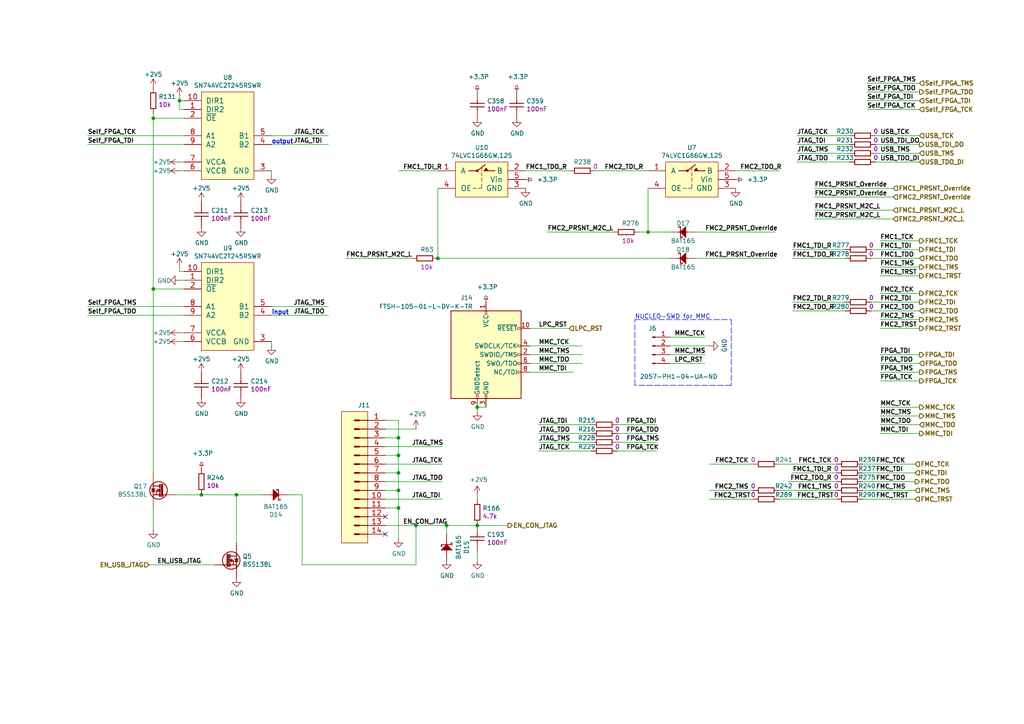
<source format=kicad_sch>
(kicad_sch (version 20211123) (generator eeschema)
  (paper "A4")
  (title_block (title "Marble") (date "2024-03-05") (rev "v1.4.2") (company "Michał Gąska / WUT") (comment 3 "JTAG "))
  (junction (at 115.57 147.32))
  (junction (at 115.57 132.08))
  (junction (at 58.42 143.51))
  (junction (at 68.58 143.51))
  (junction (at 52.07 29.21))
  (junction (at 187.96 67.31))
  (junction (at 138.43 118.11))
  (junction (at 138.43 152.4))
  (junction (at 120.65 152.4))
  (junction (at 44.45 34.29))
  (junction (at 115.57 127))
  (junction (at 44.45 83.82))
  (junction (at 129.54 152.4))
  (junction (at 115.57 142.24))
  (junction (at 115.57 137.16))
  (junction (at 127 74.93))
  (no_connect (at 111.76 154.94))
  (no_connect (at 111.76 149.86))
  (wire (pts (xy 52.07 81.28) (xy 53.34 81.28)))
  (wire (pts (xy 115.57 121.92) (xy 115.57 127)))
  (wire (pts (xy 128.27 139.7) (xy 111.76 139.7)))
  (wire (pts (xy 236.22 54.61) (xy 259.08 54.61)))
  (wire (pts (xy 115.57 127) (xy 115.57 132.08)))
  (wire (pts (xy 153.67 100.33) (xy 168.91 100.33)))
  (wire (pts (xy 266.7 125.73) (xy 255.27 125.73)))
  (wire (pts (xy 229.87 137.16) (xy 242.57 137.16)))
  (wire (pts (xy 25.4 88.9) (xy 53.34 88.9)))
  (wire (pts (xy 153.67 105.41) (xy 168.91 105.41)))
  (polyline (pts (xy 184.15 92.71) (xy 212.09 92.71)))
  (wire (pts (xy 172.72 49.53) (xy 187.96 49.53)))
  (wire (pts (xy 52.07 49.53) (xy 53.34 49.53)))
  (wire (pts (xy 250.19 142.24) (xy 265.43 142.24)))
  (wire (pts (xy 52.07 78.74) (xy 52.07 77.47)))
  (wire (pts (xy 25.4 41.91) (xy 53.34 41.91)))
  (wire (pts (xy 25.4 39.37) (xy 53.34 39.37)))
  (wire (pts (xy 158.75 67.31) (xy 177.8 67.31)))
  (wire (pts (xy 255.27 77.47) (xy 266.7 77.47)))
  (wire (pts (xy 165.1 49.53) (xy 152.4 49.53)))
  (wire (pts (xy 78.74 99.06) (xy 78.74 100.33)))
  (wire (pts (xy 62.23 163.83) (xy 43.18 163.83)))
  (wire (pts (xy 252.73 87.63) (xy 266.7 87.63)))
  (polyline (pts (xy 184.15 111.76) (xy 184.15 92.71)))
  (wire (pts (xy 53.34 78.74) (xy 52.07 78.74)))
  (wire (pts (xy 255.27 69.85) (xy 266.7 69.85)))
  (wire (pts (xy 179.07 123.19) (xy 190.5 123.19)))
  (polyline (pts (xy 212.09 111.76) (xy 184.15 111.76)))
  (wire (pts (xy 229.87 90.17) (xy 245.11 90.17)))
  (wire (pts (xy 250.19 137.16) (xy 265.43 137.16)))
  (wire (pts (xy 128.27 134.62) (xy 111.76 134.62)))
  (wire (pts (xy 251.46 24.13) (xy 266.7 24.13)))
  (wire (pts (xy 156.21 125.73) (xy 171.45 125.73)))
  (wire (pts (xy 44.45 33.02) (xy 44.45 34.29)))
  (wire (pts (xy 120.65 152.4) (xy 129.54 152.4)))
  (wire (pts (xy 153.67 102.87) (xy 168.91 102.87)))
  (wire (pts (xy 266.7 123.19) (xy 255.27 123.19)))
  (wire (pts (xy 115.57 49.53) (xy 127 49.53)))
  (wire (pts (xy 231.14 46.99) (xy 246.38 46.99)))
  (wire (pts (xy 254 39.37) (xy 266.7 39.37)))
  (wire (pts (xy 50.8 143.51) (xy 58.42 143.51)))
  (wire (pts (xy 194.31 102.87) (xy 204.47 102.87)))
  (wire (pts (xy 78.74 49.53) (xy 78.74 50.8)))
  (wire (pts (xy 129.54 152.4) (xy 129.54 154.94)))
  (wire (pts (xy 138.43 118.11) (xy 138.43 119.38)))
  (wire (pts (xy 138.43 143.51) (xy 138.43 144.78)))
  (wire (pts (xy 218.44 134.62) (xy 205.74 134.62)))
  (wire (pts (xy 255.27 102.87) (xy 266.7 102.87)))
  (wire (pts (xy 68.58 157.48) (xy 68.58 143.51)))
  (wire (pts (xy 194.31 74.93) (xy 127 74.93)))
  (wire (pts (xy 231.14 44.45) (xy 246.38 44.45)))
  (wire (pts (xy 52.07 99.06) (xy 53.34 99.06)))
  (wire (pts (xy 44.45 83.82) (xy 44.45 137.16)))
  (wire (pts (xy 156.21 123.19) (xy 171.45 123.19)))
  (wire (pts (xy 111.76 132.08) (xy 115.57 132.08)))
  (wire (pts (xy 53.34 83.82) (xy 44.45 83.82)))
  (wire (pts (xy 255.27 80.01) (xy 266.7 80.01)))
  (wire (pts (xy 229.87 72.39) (xy 245.11 72.39)))
  (wire (pts (xy 52.07 29.21) (xy 52.07 27.94)))
  (wire (pts (xy 251.46 26.67) (xy 266.7 26.67)))
  (wire (pts (xy 201.93 74.93) (xy 224.79 74.93)))
  (wire (pts (xy 25.4 91.44) (xy 53.34 91.44)))
  (wire (pts (xy 229.87 87.63) (xy 245.11 87.63)))
  (wire (pts (xy 128.27 129.54) (xy 111.76 129.54)))
  (wire (pts (xy 226.06 49.53) (xy 213.36 49.53)))
  (wire (pts (xy 120.65 152.4) (xy 120.65 163.83)))
  (wire (pts (xy 120.65 124.46) (xy 111.76 124.46)))
  (wire (pts (xy 165.1 95.25) (xy 153.67 95.25)))
  (wire (pts (xy 78.74 88.9) (xy 95.25 88.9)))
  (wire (pts (xy 111.76 127) (xy 115.57 127)))
  (wire (pts (xy 204.47 97.79) (xy 194.31 97.79)))
  (wire (pts (xy 111.76 121.92) (xy 115.57 121.92)))
  (wire (pts (xy 251.46 31.75) (xy 266.7 31.75)))
  (wire (pts (xy 166.37 107.95) (xy 153.67 107.95)))
  (wire (pts (xy 52.07 46.99) (xy 53.34 46.99)))
  (wire (pts (xy 242.57 134.62) (xy 226.06 134.62)))
  (wire (pts (xy 236.22 60.96) (xy 259.08 60.96)))
  (wire (pts (xy 255.27 107.95) (xy 266.7 107.95)))
  (wire (pts (xy 231.14 41.91) (xy 246.38 41.91)))
  (wire (pts (xy 100.33 74.93) (xy 119.38 74.93)))
  (wire (pts (xy 83.82 143.51) (xy 87.63 143.51)))
  (wire (pts (xy 201.93 67.31) (xy 224.79 67.31)))
  (wire (pts (xy 179.07 130.81) (xy 190.5 130.81)))
  (wire (pts (xy 250.19 139.7) (xy 265.43 139.7)))
  (wire (pts (xy 187.96 67.31) (xy 185.42 67.31)))
  (wire (pts (xy 138.43 118.11) (xy 140.97 118.11)))
  (wire (pts (xy 236.22 57.15) (xy 259.08 57.15)))
  (wire (pts (xy 156.21 130.81) (xy 171.45 130.81)))
  (wire (pts (xy 115.57 147.32) (xy 115.57 156.21)))
  (wire (pts (xy 58.42 143.51) (xy 68.58 143.51)))
  (wire (pts (xy 78.74 39.37) (xy 95.25 39.37)))
  (wire (pts (xy 255.27 110.49) (xy 266.7 110.49)))
  (wire (pts (xy 78.74 91.44) (xy 95.25 91.44)))
  (wire (pts (xy 255.27 95.25) (xy 266.7 95.25)))
  (wire (pts (xy 255.27 85.09) (xy 266.7 85.09)))
  (wire (pts (xy 111.76 142.24) (xy 115.57 142.24)))
  (wire (pts (xy 242.57 142.24) (xy 226.06 142.24)))
  (wire (pts (xy 255.27 92.71) (xy 266.7 92.71)))
  (wire (pts (xy 179.07 128.27) (xy 190.5 128.27)))
  (polyline (pts (xy 212.09 92.71) (xy 212.09 111.76)))
  (wire (pts (xy 254 44.45) (xy 266.7 44.45)))
  (wire (pts (xy 252.73 74.93) (xy 266.7 74.93)))
  (wire (pts (xy 251.46 29.21) (xy 266.7 29.21)))
  (wire (pts (xy 53.34 31.75) (xy 52.07 31.75)))
  (wire (pts (xy 115.57 142.24) (xy 115.57 147.32)))
  (wire (pts (xy 44.45 147.32) (xy 44.45 153.67)))
  (wire (pts (xy 147.32 152.4) (xy 138.43 152.4)))
  (wire (pts (xy 115.57 137.16) (xy 115.57 142.24)))
  (wire (pts (xy 44.45 34.29) (xy 44.45 83.82)))
  (wire (pts (xy 242.57 139.7) (xy 228.6 139.7)))
  (wire (pts (xy 255.27 105.41) (xy 266.7 105.41)))
  (wire (pts (xy 87.63 163.83) (xy 120.65 163.83)))
  (wire (pts (xy 254 41.91) (xy 266.7 41.91)))
  (wire (pts (xy 111.76 152.4) (xy 120.65 152.4)))
  (wire (pts (xy 78.74 41.91) (xy 95.25 41.91)))
  (wire (pts (xy 52.07 96.52) (xy 53.34 96.52)))
  (wire (pts (xy 138.43 160.02) (xy 138.43 162.56)))
  (wire (pts (xy 204.47 105.41) (xy 194.31 105.41)))
  (wire (pts (xy 250.19 134.62) (xy 265.43 134.62)))
  (wire (pts (xy 129.54 152.4) (xy 138.43 152.4)))
  (wire (pts (xy 205.74 142.24) (xy 218.44 142.24)))
  (wire (pts (xy 266.7 120.65) (xy 255.27 120.65)))
  (wire (pts (xy 252.73 72.39) (xy 266.7 72.39)))
  (wire (pts (xy 250.19 144.78) (xy 265.43 144.78)))
  (wire (pts (xy 205.74 100.33) (xy 194.31 100.33)))
  (wire (pts (xy 127 54.61) (xy 127 74.93)))
  (wire (pts (xy 252.73 90.17) (xy 266.7 90.17)))
  (wire (pts (xy 68.58 143.51) (xy 76.2 143.51)))
  (wire (pts (xy 115.57 132.08) (xy 115.57 137.16)))
  (wire (pts (xy 266.7 118.11) (xy 255.27 118.11)))
  (wire (pts (xy 156.21 128.27) (xy 171.45 128.27)))
  (wire (pts (xy 242.57 144.78) (xy 226.06 144.78)))
  (wire (pts (xy 128.27 144.78) (xy 111.76 144.78)))
  (wire (pts (xy 187.96 54.61) (xy 187.96 67.31)))
  (wire (pts (xy 87.63 143.51) (xy 87.63 163.83)))
  (wire (pts (xy 53.34 34.29) (xy 44.45 34.29)))
  (wire (pts (xy 111.76 147.32) (xy 115.57 147.32)))
  (wire (pts (xy 194.31 67.31) (xy 187.96 67.31)))
  (wire (pts (xy 53.34 29.21) (xy 52.07 29.21)))
  (wire (pts (xy 111.76 137.16) (xy 115.57 137.16)))
  (wire (pts (xy 254 46.99) (xy 266.7 46.99)))
  (wire (pts (xy 179.07 125.73) (xy 190.5 125.73)))
  (wire (pts (xy 52.07 31.75) (xy 52.07 29.21)))
  (wire (pts (xy 229.87 74.93) (xy 245.11 74.93)))
  (wire (pts (xy 205.74 144.78) (xy 218.44 144.78)))
  (wire (pts (xy 231.14 39.37) (xy 246.38 39.37)))
  (wire (pts (xy 236.22 63.5) (xy 259.08 63.5)))
  (text "NUCLEO-SWD for MMC" (at 184.15 92.71 0) (effects (font (size 1.27 1.27)) (justify left bottom)))
  (text "output\n" (at 78.74 41.91 0) (effects (font (size 1.27 1.27) (thickness 0.254) bold) (justify left bottom)))
  (text "input" (at 78.74 91.44 0) (effects (font (size 1.27 1.27) (thickness 0.254) bold) (justify left bottom)))
  (label "FMC2_PRSNT_M2C_L" (at 158.75 67.31 0) (effects (font (thickness 0.254) bold)))
  (label "FMC1_TDI_R" (at 229.87 137.16 0) (effects (font (thickness 0.254) bold)))
  (label "Self_FPGA_TDI" (at 251.46 29.21 0) (effects (font (thickness 0.254) bold)))
  (label "MMC_TCK" (at 195.58 97.79 0) (effects (font (thickness 0.254) bold)))
  (label "JTAG_TDI" (at 156.21 123.19 0) (effects (font (thickness 0.254) bold)))
  (label "MMC_TMS" (at 255.27 120.65 0) (effects (font (thickness 0.254) bold)))
  (label "FPGA_TCK" (at 181.61 130.81 0) (effects (font (thickness 0.254) bold)))
  (label "MMC_TDO" (at 255.27 123.19 0) (effects (font (thickness 0.254) bold)))
  (label "JTAG_TCK" (at 156.21 130.81 0) (effects (font (thickness 0.254) bold)))
  (label "FMC2_TDO_R" (at 241.3 139.7 180) (effects (font (thickness 0.254) bold)))
  (label "Self_FPGA_TCK" (at 251.46 31.75 0) (effects (font (thickness 0.254) bold)))
  (label "FMC1_PRSNT_M2C_L" (at 100.33 74.93 0) (effects (font (thickness 0.254) bold)))
  (label "FMC1_PRSNT_Override" (at 236.22 54.61 0) (effects (font (thickness 0.254) bold)))
  (label "FMC1_TCK" (at 255.27 69.85 0) (effects (font (thickness 0.254) bold)))
  (label "FMC2_TDO" (at 255.27 90.17 0) (effects (font (thickness 0.254) bold)))
  (label "JTAG_TDO" (at 85.09 91.44 0) (effects (font (thickness 0.254) bold)))
  (label "FMC1_TDO_R" (at 152.4 49.53 0) (effects (font (thickness 0.254) bold)))
  (label "MMC_TMS" (at 156.21 102.87 0) (effects (font (thickness 0.254) bold)))
  (label "Self_FPGA_TDO" (at 25.4 91.44 0) (effects (font (thickness 0.254) bold)))
  (label "MMC_TDI" (at 156.21 107.95 0) (effects (font (thickness 0.254) bold)))
  (label "FMC1_TDO_R" (at 229.87 74.93 0) (effects (font (thickness 0.254) bold)))
  (label "JTAG_TDI" (at 231.14 41.91 0) (effects (font (thickness 0.254) bold)))
  (label "JTAG_TMS" (at 231.14 44.45 0) (effects (font (thickness 0.254) bold)))
  (label "FMC2_TDI_R" (at 175.26 49.53 0) (effects (font (thickness 0.254) bold)))
  (label "FMC_TDO" (at 254 139.7 0) (effects (font (thickness 0.254) bold)))
  (label "JTAG_TMS" (at 119.38 129.54 0) (effects (font (thickness 0.254) bold)))
  (label "FMC_TRST" (at 254 144.78 0) (effects (font (thickness 0.254) bold)))
  (label "JTAG_TDO" (at 156.21 125.73 0) (effects (font (thickness 0.254) bold)))
  (label "EN_USB_JTAG" (at 58.42 163.83 180) (effects (font (thickness 0.254) bold)))
  (label "FMC1_TMS" (at 241.3 142.24 180) (effects (font (thickness 0.254) bold)))
  (label "LPC_RST" (at 195.58 105.41 0) (effects (font (thickness 0.254) bold)))
  (label "FMC2_TDO_R" (at 214.63 49.53 0) (effects (font (thickness 0.254) bold)))
  (label "FMC1_TDO" (at 255.27 74.93 0) (effects (font (thickness 0.254) bold)))
  (label "FMC1_TDI" (at 255.27 72.39 0) (effects (font (thickness 0.254) bold)))
  (label "MMC_TCK" (at 255.27 118.11 0) (effects (font (thickness 0.254) bold)))
  (label "FMC1_TCK" (at 241.3 134.62 180) (effects (font (thickness 0.254) bold)))
  (label "FPGA_TMS" (at 255.27 107.95 0) (effects (font (thickness 0.254) bold)))
  (label "Self_FPGA_TDI" (at 25.4 41.91 0) (effects (font (thickness 0.254) bold)))
  (label "FMC2_TDI_R" (at 229.87 87.63 0) (effects (font (thickness 0.254) bold)))
  (label "JTAG_TMS" (at 156.21 128.27 0) (effects (font (thickness 0.254) bold)))
  (label "Self_FPGA_TMS" (at 251.46 24.13 0) (effects (font (thickness 0.254) bold)))
  (label "Self_FPGA_TDO" (at 251.46 26.67 0) (effects (font (thickness 0.254) bold)))
  (label "FMC1_PRSNT_M2C_L" (at 236.22 60.96 0) (effects (font (thickness 0.254) bold)))
  (label "FMC1_TRST" (at 255.27 80.01 0) (effects (font (thickness 0.254) bold)))
  (label "JTAG_TDO" (at 231.14 46.99 0) (effects (font (thickness 0.254) bold)))
  (label "FMC2_PRSNT_Override" (at 236.22 57.15 0) (effects (font (thickness 0.254) bold)))
  (label "JTAG_TCK" (at 85.09 39.37 0) (effects (font (thickness 0.254) bold)))
  (label "USB_TDI_DO" (at 255.27 41.91 0) (effects (font (thickness 0.254) bold)))
  (label "Self_FPGA_TCK" (at 25.4 39.37 0) (effects (font (thickness 0.254) bold)))
  (label "FMC_TMS" (at 254 142.24 0) (effects (font (thickness 0.254) bold)))
  (label "Self_FPGA_TMS" (at 25.4 88.9 0) (effects (font (thickness 0.254) bold)))
  (label "FPGA_TMS" (at 181.61 128.27 0) (effects (font (thickness 0.254) bold)))
  (label "FPGA_TDO" (at 181.61 125.73 0) (effects (font (thickness 0.254) bold)))
  (label "LPC_RST" (at 156.21 95.25 0) (effects (font (thickness 0.254) bold)))
  (label "FPGA_TDO" (at 255.27 105.41 0) (effects (font (thickness 0.254) bold)))
  (label "FMC_TDI" (at 254 137.16 0) (effects (font (thickness 0.254) bold)))
  (label "FMC2_TCK" (at 255.27 85.09 0) (effects (font (thickness 0.254) bold)))
  (label "FMC2_TCK" (at 217.17 134.62 180) (effects (font (thickness 0.254) bold)))
  (label "USB_TDO_DI" (at 255.27 46.99 0) (effects (font (thickness 0.254) bold)))
  (label "JTAG_TCK" (at 231.14 39.37 0) (effects (font (thickness 0.254) bold)))
  (label "JTAG_TDI" (at 85.09 41.91 0) (effects (font (thickness 0.254) bold)))
  (label "FMC2_TRST" (at 207.01 144.78 0) (effects (font (thickness 0.254) bold)))
  (label "FPGA_TCK" (at 255.27 110.49 0) (effects (font (thickness 0.254) bold)))
  (label "FPGA_TDI" (at 181.61 123.19 0) (effects (font (thickness 0.254) bold)))
  (label "FMC1_PRSNT_Override" (at 204.47 74.93 0) (effects (font (thickness 0.254) bold)))
  (label "USB_TMS" (at 255.27 44.45 0) (effects (font (thickness 0.254) bold)))
  (label "FMC2_PRSNT_M2C_L" (at 236.22 63.5 0) (effects (font (thickness 0.254) bold)))
  (label "FMC2_TDO_R" (at 229.87 90.17 0) (effects (font (thickness 0.254) bold)))
  (label "EN_CON_JTAG" (at 116.84 152.4 0) (effects (font (thickness 0.254) bold)))
  (label "MMC_TCK" (at 156.21 100.33 0) (effects (font (thickness 0.254) bold)))
  (label "FMC2_TDI" (at 255.27 87.63 0) (effects (font (thickness 0.254) bold)))
  (label "FMC_TCK" (at 254 134.62 0) (effects (font (thickness 0.254) bold)))
  (label "JTAG_TMS" (at 85.09 88.9 0) (effects (font (thickness 0.254) bold)))
  (label "FMC1_TMS" (at 255.27 77.47 0) (effects (font (thickness 0.254) bold)))
  (label "JTAG_TDO" (at 119.38 139.7 0) (effects (font (thickness 0.254) bold)))
  (label "FMC2_PRSNT_Override" (at 204.47 67.31 0) (effects (font (thickness 0.254) bold)))
  (label "MMC_TMS" (at 195.58 102.87 0) (effects (font (thickness 0.254) bold)))
  (label "MMC_TDI" (at 255.27 125.73 0) (effects (font (thickness 0.254) bold)))
  (label "FMC2_TMS" (at 255.27 92.71 0) (effects (font (thickness 0.254) bold)))
  (label "JTAG_TDI" (at 119.38 144.78 0) (effects (font (thickness 0.254) bold)))
  (label "FMC2_TMS" (at 217.17 142.24 180) (effects (font (thickness 0.254) bold)))
  (label "MMC_TDO" (at 156.21 105.41 0) (effects (font (thickness 0.254) bold)))
  (label "FMC1_TDI_R" (at 116.84 49.53 0) (effects (font (thickness 0.254) bold)))
  (label "FPGA_TDI" (at 255.27 102.87 0) (effects (font (thickness 0.254) bold)))
  (label "JTAG_TCK" (at 119.38 134.62 0) (effects (font (thickness 0.254) bold)))
  (label "FMC2_TRST" (at 255.27 95.25 0) (effects (font (thickness 0.254) bold)))
  (label "USB_TCK" (at 255.27 39.37 0) (effects (font (thickness 0.254) bold)))
  (label "FMC1_TDI_R" (at 229.87 72.39 0) (effects (font (thickness 0.254) bold)))
  (label "FMC1_TRST" (at 231.14 144.78 0) (effects (font (thickness 0.254) bold)))
  (hierarchical_label "FPGA_TDI" (shape output) (at 266.7 102.87 0) (effects (font (thickness 0.254) bold)))
  (hierarchical_label "MMC_TMS" (shape output) (at 266.7 120.65 0) (effects (font (thickness 0.254) bold)))
  (hierarchical_label "FMC1_TRST" (shape output) (at 266.7 80.01 0) (effects (font (thickness 0.254) bold)))
  (hierarchical_label "LPC_RST" (shape input) (at 165.1 95.25 0) (effects (font (thickness 0.254) bold)))
  (hierarchical_label "FMC1_TMS" (shape output) (at 266.7 77.47 0) (effects (font (thickness 0.254) bold)))
  (hierarchical_label "FMC1_PRSNT_Override" (shape input) (at 259.08 54.61 0) (effects (font (thickness 0.254) bold)))
  (hierarchical_label "FPGA_TDO" (shape input) (at 266.7 105.41 0) (effects (font (thickness 0.254) bold)))
  (hierarchical_label "FPGA_TMS" (shape output) (at 266.7 107.95 0) (effects (font (thickness 0.254) bold)))
  (hierarchical_label "FMC1_TCK" (shape output) (at 266.7 69.85 0) (effects (font (thickness 0.254) bold)))
  (hierarchical_label "FMC_TDI" (shape input) (at 265.43 137.16 0) (effects (font (thickness 0.254) bold)))
  (hierarchical_label "FMC2_TDO" (shape input) (at 266.7 90.17 0) (effects (font (thickness 0.254) bold)))
  (hierarchical_label "Self_FPGA_TMS" (shape input) (at 266.7 24.13 0) (effects (font (thickness 0.254) bold)))
  (hierarchical_label "FMC_TCK" (shape input) (at 265.43 134.62 0) (effects (font (thickness 0.254) bold)))
  (hierarchical_label "FMC2_PRSNT_Override" (shape input) (at 259.08 57.15 0) (effects (font (thickness 0.254) bold)))
  (hierarchical_label "FMC2_TRST" (shape output) (at 266.7 95.25 0) (effects (font (thickness 0.254) bold)))
  (hierarchical_label "MMC_TDO" (shape input) (at 266.7 123.19 0) (effects (font (thickness 0.254) bold)))
  (hierarchical_label "FMC2_TMS" (shape output) (at 266.7 92.71 0) (effects (font (thickness 0.254) bold)))
  (hierarchical_label "FMC2_PRSNT_M2C_L" (shape input) (at 259.08 63.5 0) (effects (font (thickness 0.254) bold)))
  (hierarchical_label "EN_CON_JTAG" (shape output) (at 147.32 152.4 0) (effects (font (thickness 0.254) bold)))
  (hierarchical_label "USB_TDO_DI" (shape input) (at 266.7 46.99 0) (effects (font (thickness 0.254) bold)))
  (hierarchical_label "FMC_TRST" (shape input) (at 265.43 144.78 0) (effects (font (thickness 0.254) bold)))
  (hierarchical_label "MMC_TCK" (shape output) (at 266.7 118.11 0) (effects (font (thickness 0.254) bold)))
  (hierarchical_label "USB_TDI_DO" (shape output) (at 266.7 41.91 0) (effects (font (thickness 0.254) bold)))
  (hierarchical_label "Self_FPGA_TDI" (shape input) (at 266.7 29.21 0) (effects (font (thickness 0.254) bold)))
  (hierarchical_label "FMC_TDO" (shape output) (at 265.43 139.7 0) (effects (font (thickness 0.254) bold)))
  (hierarchical_label "FMC1_TDI" (shape output) (at 266.7 72.39 0) (effects (font (thickness 0.254) bold)))
  (hierarchical_label "FMC2_TDI" (shape output) (at 266.7 87.63 0) (effects (font (thickness 0.254) bold)))
  (hierarchical_label "FMC1_TDO" (shape input) (at 266.7 74.93 0) (effects (font (thickness 0.254) bold)))
  (hierarchical_label "FMC1_PRSNT_M2C_L" (shape input) (at 259.08 60.96 0) (effects (font (thickness 0.254) bold)))
  (hierarchical_label "FMC2_TCK" (shape output) (at 266.7 85.09 0) (effects (font (thickness 0.254) bold)))
  (hierarchical_label "MMC_TDI" (shape output) (at 266.7 125.73 0) (effects (font (thickness 0.254) bold)))
  (hierarchical_label "Self_FPGA_TDO" (shape output) (at 266.7 26.67 0) (effects (font (thickness 0.254) bold)))
  (hierarchical_label "USB_TMS" (shape input) (at 266.7 44.45 0) (effects (font (thickness 0.254) bold)))
  (hierarchical_label "Self_FPGA_TCK" (shape input) (at 266.7 31.75 0) (effects (font (thickness 0.254) bold)))
  (hierarchical_label "FMC_TMS" (shape input) (at 265.43 142.24 0) (effects (font (thickness 0.254) bold)))
  (hierarchical_label "USB_TCK" (shape input) (at 266.7 39.37 0) (effects (font (thickness 0.254) bold)))
  (hierarchical_label "FPGA_TCK" (shape output) (at 266.7 110.49 0) (effects (font (thickness 0.254) bold)))
  (hierarchical_label "EN_USB_JTAG" (shape input) (at 43.18 163.83 180) (effects (font (thickness 0.254) bold)))
  (symbol (lib_id "Resistors_SMD:R0402_10K_1%_0.0625W_100PPM") (at 138.43 144.78 270) (unit 1)
    (property "Reference" "R166" (at 139.954 147.4216 90) (effects (justify left)))
    (property "Value" "R0402_4K7_1%_0.0625W_100PPM" (effects hide))
    (property "Footprint" "RESC1005X40N" (effects hide))
    (property "Datasheet" "\\\\cern.ch\\dfs\\Applications\\Altium\\Datasheets\\R0402_Phycomp_RC0402.pdf" (effects hide))
    (property "~" "4.7k" (at 139.954 149.733 90) (effects (justify left)))
    (property "Part Number" "R0402_4K7_1%_0.0625W_100PPM" (effects hide))
    (property "Library Ref" "Resistor - 1%" (effects hide))
    (property "Library Path" "SchLib\\Resistors.SchLib" (effects hide))
    (property "Comment" "=Value" (effects hide))
    (property "Component Kind" "Standard" (effects hide))
    (property "Component Type" "Standard" (effects hide))
    (property "PackageDescription" " " (effects hide))
    (property "Pin Count" "2" (effects hide))
    (property "Footprint Path" "PcbLib\\Resistors SMD.PcbLib" (effects hide))
    (property "Footprint Ref" "RESC1005X40N" (effects hide))
    (property "Val" "4.7k" (effects hide))
    (property "Status" "Not Recommended" (effects hide))
    (property "Power" "0.0625W" (effects hide))
    (property "TC" "±100ppm/°C" (effects hide))
    (property "Voltage" " " (effects hide))
    (property "Tolerance" "±1%" (effects hide))
    (property "Part Description" "General Purpose Thick Film Chip Resistor" (effects hide))
    (property "Manufacturer" "GENERIC" (effects hide))
    (property "Manufacturer Part Number" "R0402_4K7_1%_0.0625W_100PPM" (effects hide))
    (property "Case" "0402" (effects hide))
    (property "PressFit" "No" (effects hide))
    (property "Mounted" "Yes" (effects hide))
    (property "Sense Comment" " " (effects hide))
    (property "Sense" "No" (effects hide))
    (property "Status Comment" " " (effects hide))
    (property "Socket" "No" (effects hide))
    (property "SMD" "Yes" (effects hide))
    (property "ComponentHeight" " " (effects hide))
    (property "Manufacturer1 Example" "YAGEO PHYCOMP" (effects hide))
    (property "Manufacturer1 Part Number" "232270671003L" (effects hide))
    (property "Manufacturer1 ComponentHeight" "0.4mm" (effects hide))
    (property "CreateDate" "12/03/07 00:00:00" (effects hide))
    (property "LatestRevisionDate" "10/17/12 00:00:00" (effects hide))
    (property "Library Name" "Resistors SMD" (effects hide))
    (property "License" "This work is licensed under the Creative Commons CC-BY-SA 4.0 License. To the extent that circuit schematics that use Licensed Material can be considered to be ‘Adapted Material’, then the copyright holder waives article 3.b of the license with respect to these schematics." (effects hide))
  )
  (symbol (lib_id "Resistors_SMD:R0402_10K_1%_0.0625W_100PPM") (at 44.45 25.4 270) (unit 1)
    (property "Reference" "R131" (at 45.974 28.0416 90) (effects (justify left)))
    (property "Value" "R0402_10K_1%_0.0625W_100PPM" (effects hide))
    (property "Footprint" "RESC1005X40N" (effects hide))
    (property "Datasheet" "\\\\cern.ch\\dfs\\Applications\\Altium\\Datasheets\\R0402_Phycomp_RC0402.pdf" (effects hide))
    (property "~" "10k" (at 45.974 30.353 90) (effects (justify left)))
    (property "Part Number" "R0402_10K_1%_0.0625W_100PPM" (effects hide))
    (property "Library Ref" "Resistor - 1%" (effects hide))
    (property "Library Path" "SchLib\\Resistors.SchLib" (effects hide))
    (property "Comment" "=Value" (effects hide))
    (property "Component Kind" "Standard" (effects hide))
    (property "Component Type" "Standard" (effects hide))
    (property "PackageDescription" " " (effects hide))
    (property "Pin Count" "2" (effects hide))
    (property "Footprint Path" "PcbLib\\Resistors SMD.PcbLib" (effects hide))
    (property "Footprint Ref" "RESC1005X40N" (effects hide))
    (property "Val" "10k" (effects hide))
    (property "Status" "Not Recommended" (effects hide))
    (property "Power" "0.0625W" (effects hide))
    (property "TC" "±100ppm/°C" (effects hide))
    (property "Voltage" " " (effects hide))
    (property "Tolerance" "±1%" (effects hide))
    (property "Part Description" "General Purpose Thick Film Chip Resistor" (effects hide))
    (property "Manufacturer" "GENERIC" (effects hide))
    (property "Manufacturer Part Number" "R0402_10K_1%_0.0625W_100PPM" (effects hide))
    (property "Case" "0402" (effects hide))
    (property "PressFit" "No" (effects hide))
    (property "Mounted" "Yes" (effects hide))
    (property "Sense Comment" " " (effects hide))
    (property "Sense" "No" (effects hide))
    (property "Status Comment" " " (effects hide))
    (property "Socket" "No" (effects hide))
    (property "SMD" "Yes" (effects hide))
    (property "ComponentHeight" " " (effects hide))
    (property "Manufacturer1 Example" "YAGEO PHYCOMP" (effects hide))
    (property "Manufacturer1 Part Number" "232270671003L" (effects hide))
    (property "Manufacturer1 ComponentHeight" "0.4mm" (effects hide))
    (property "CreateDate" "12/03/07 00:00:00" (effects hide))
    (property "LatestRevisionDate" "10/17/12 00:00:00" (effects hide))
    (property "Library Name" "Resistors SMD" (effects hide))
    (property "License" "This work is licensed under the Creative Commons CC-BY-SA 4.0 License. To the extent that circuit schematics that use Licensed Material can be considered to be ‘Adapted Material’, then the copyright holder waives article 3.b of the license with respect to these schematics." (effects hide))
  )
  (symbol (lib_id "power:GND") (at 138.43 34.29 0) (unit 1)
    (property "Reference" "#PWR0632" (effects hide))
    (property "Value" "GND" (at 138.557 38.6842 0))
  )
  (symbol (lib_id "power:GND") (at 149.86 34.29 0) (unit 1)
    (property "Reference" "#PWR0634" (effects hide))
    (property "Value" "GND" (at 149.987 38.6842 0))
  )
  (symbol (lib_name "MOLEX_87831-1420-MOLEX_1") (lib_id "marble_misc:MOLEX_87831-1420-MOLEX") (at 106.68 119.38 0) (mirror y) (unit 1)
    (property "Reference" "J11" (at 105.5624 117.5258 0))
    (property "Value" "MOLEX_87831-1420" (effects hide))
    (property "Footprint" "MOLEX THD:MOLEX_87831-1420" (effects hide))
    (property "Part Number" "MOLEX_87831-1420" (effects hide))
    (property "Library Ref" "Connector 14 Male" (effects hide))
    (property "Library Path" "SchLib\\Connectors.SchLib" (effects hide))
    (property "Comment" " " (effects hide))
    (property "Component Kind" "Standard" (effects hide))
    (property "Component Type" "Standard" (effects hide))
    (property "PackageDescription" " " (effects hide))
    (property "Pin Count" "14" (effects hide))
    (property "Case" " " (effects hide))
    (property "Footprint Path" "PcbLib\\MOLEX THD.PcbLib" (effects hide))
    (property "Footprint Ref" "MOLEX_87831-1420" (effects hide))
    (property "Family" "Milli-Grid™" (effects hide))
    (property "Mounted" "Yes" (effects hide))
    (property "Socket" "No" (effects hide))
    (property "SMD" "No" (effects hide))
    (property "PressFit" "No" (effects hide))
    (property "Sense" "No" (effects hide))
    (property "Sense Comment" " " (effects hide))
    (property "Status" "None" (effects hide))
    (property "Status Comment" " " (effects hide))
    (property "Device" " " (effects hide))
    (property "Part Description" "2.00mm (.079\") Pitch Milli-Grid™ Header, Vertical, Shrouded, Center Polarization Slot, Locking Window, 14 Circuits" (effects hide))
    (property "Manufacturer" "MOLEX" (effects hide))
    (property "Manufacturer Part Number" "87831-1420" (effects hide))
    (property "ComponentHeight" "6.4mm" (effects hide))
    (property "ComponentLink1Description" " " (effects hide))
    (property "ComponentLink2Description" " " (effects hide))
    (property "CreateDate" "04/13/10 00:00:00" (effects hide))
    (property "LatestRevisionDate" "04/13/10 00:00:00" (effects hide))
    (property "Library Name" "MOLEX THD" (effects hide))
    (property "License" "This work is licensed under the Creative Commons CC-BY-SA 4.0 License. To the extent that circuit schematics that use Licensed Material can be considered to be ‘Adapted Material’, then the copyright holder waives article 3.b of the license with respect to these schematics." (effects hide))
  )
  (symbol (lib_id "Capacitors_SMD:CC0201_100NF_6.3V_10%_X5R") (at 138.43 152.4 270) (unit 1)
    (property "Reference" "C193" (at 141.224 155.0416 90) (effects (justify left)))
    (property "Value" "CC0201_100NF_6.3V_10%_X5R" (effects hide))
    (property "Footprint" "CAPC0603X33N" (effects hide))
    (property "Datasheet" "\\\\cern.ch\\dfs\\Applications\\Altium\\Datasheets\\CC0201_X5R_AVX.pdf" (effects hide))
    (property "~" "100nF" (at 141.224 157.353 90) (effects (justify left)))
    (property "Part Number" "CC0201_100NF_6.3V_10%_X5R" (effects hide))
    (property "Library Ref" "Capacitor - non polarized" (effects hide))
    (property "Library Path" "SchLib\\Capacitors.SchLib" (effects hide))
    (property "Comment" "=Value" (effects hide))
    (property "Component Kind" "Standard" (effects hide))
    (property "Component Type" "Standard" (effects hide))
    (property "Pin Count" "2" (effects hide))
    (property "Footprint Path" "PcbLib\\Capacitors SMD.PcbLib" (effects hide))
    (property "Footprint Ref" "CAPC0603X33N" (effects hide))
    (property "PackageDescription" " " (effects hide))
    (property "Val" "100nF" (effects hide))
    (property "Status" "Not Recommended" (effects hide))
    (property "Status Comment" " " (effects hide))
    (property "Voltage" "6.3V" (effects hide))
    (property "TC" "X5R" (effects hide))
    (property "Tolerance" "±10%" (effects hide))
    (property "Part Description" "SMD Multilayer Chip Ceramic Capacitor" (effects hide))
    (property "Manufacturer" "GENERIC" (effects hide))
    (property "Manufacturer Part Number" "CC0201_100NF_6.3V_10%_X5R" (effects hide))
    (property "Case" "0201" (effects hide))
    (property "Mounted" "Yes" (effects hide))
    (property "Socket" "No" (effects hide))
    (property "SMD" "Yes" (effects hide))
    (property "PressFit" " " (effects hide))
    (property "Sense" "No" (effects hide))
    (property "Sense Comment" " " (effects hide))
    (property "ComponentHeight" " " (effects hide))
    (property "Manufacturer1 Example" "AVX" (effects hide))
    (property "Manufacturer1 Part Number" "02016D104KAT2A" (effects hide))
    (property "Manufacturer1 ComponentHeight" "0.33mm" (effects hide))
    (property "CreateDate" "12/03/07 00:00:00" (effects hide))
    (property "LatestRevisionDate" "12/03/07 00:00:00" (effects hide))
    (property "Library Name" "Capacitors SMD" (effects hide))
    (property "License" "This work is licensed under the Creative Commons CC-BY-SA 4.0 License. To the extent that circuit schematics that use Licensed Material can be considered to be ‘Adapted Material’, then the copyright holder waives article 3.b of the license with respect to these schematics." (effects hide))
  )
  (symbol (lib_id "Capacitors_SMD:CC0201_100NF_6.3V_10%_X5R") (at 138.43 26.67 270) (unit 1)
    (property "Reference" "C358" (at 141.224 29.3116 90) (effects (justify left)))
    (property "Value" "CC0201_100NF_6.3V_10%_X5R" (effects hide))
    (property "Footprint" "CAPC0603X33N" (effects hide))
    (property "Datasheet" "\\\\cern.ch\\dfs\\Applications\\Altium\\Datasheets\\CC0201_X5R_AVX.pdf" (effects hide))
    (property "~" "100nF" (at 141.224 31.623 90) (effects (justify left)))
    (property "Part Number" "CC0201_100NF_6.3V_10%_X5R" (effects hide))
    (property "Library Ref" "Capacitor - non polarized" (effects hide))
    (property "Library Path" "SchLib\\Capacitors.SchLib" (effects hide))
    (property "Comment" "=Value" (effects hide))
    (property "Component Kind" "Standard" (effects hide))
    (property "Component Type" "Standard" (effects hide))
    (property "Pin Count" "2" (effects hide))
    (property "Footprint Path" "PcbLib\\Capacitors SMD.PcbLib" (effects hide))
    (property "Footprint Ref" "CAPC0603X33N" (effects hide))
    (property "PackageDescription" " " (effects hide))
    (property "Val" "100nF" (effects hide))
    (property "Status" "Not Recommended" (effects hide))
    (property "Status Comment" " " (effects hide))
    (property "Voltage" "6.3V" (effects hide))
    (property "TC" "X5R" (effects hide))
    (property "Tolerance" "±10%" (effects hide))
    (property "Part Description" "SMD Multilayer Chip Ceramic Capacitor" (effects hide))
    (property "Manufacturer" "GENERIC" (effects hide))
    (property "Manufacturer Part Number" "CC0201_100NF_6.3V_10%_X5R" (effects hide))
    (property "Case" "0201" (effects hide))
    (property "Mounted" "Yes" (effects hide))
    (property "Socket" "No" (effects hide))
    (property "SMD" "Yes" (effects hide))
    (property "PressFit" " " (effects hide))
    (property "Sense" "No" (effects hide))
    (property "Sense Comment" " " (effects hide))
    (property "ComponentHeight" " " (effects hide))
    (property "Manufacturer1 Example" "AVX" (effects hide))
    (property "Manufacturer1 Part Number" "02016D104KAT2A" (effects hide))
    (property "Manufacturer1 ComponentHeight" "0.33mm" (effects hide))
    (property "CreateDate" "12/03/07 00:00:00" (effects hide))
    (property "LatestRevisionDate" "12/03/07 00:00:00" (effects hide))
    (property "Library Name" "Capacitors SMD" (effects hide))
    (property "License" "This work is licensed under the Creative Commons CC-BY-SA 4.0 License. To the extent that circuit schematics that use Licensed Material can be considered to be ‘Adapted Material’, then the copyright holder waives article 3.b of the license with respect to these schematics." (effects hide))
  )
  (symbol (lib_id "Capacitors_SMD:CC0201_100NF_6.3V_10%_X5R") (at 149.86 26.67 270) (unit 1)
    (property "Reference" "C359" (at 152.654 29.3116 90) (effects (justify left)))
    (property "Value" "CC0201_100NF_6.3V_10%_X5R" (effects hide))
    (property "Footprint" "CAPC0603X33N" (effects hide))
    (property "Datasheet" "\\\\cern.ch\\dfs\\Applications\\Altium\\Datasheets\\CC0201_X5R_AVX.pdf" (effects hide))
    (property "~" "100nF" (at 152.654 31.623 90) (effects (justify left)))
    (property "Part Number" "CC0201_100NF_6.3V_10%_X5R" (effects hide))
    (property "Library Ref" "Capacitor - non polarized" (effects hide))
    (property "Library Path" "SchLib\\Capacitors.SchLib" (effects hide))
    (property "Comment" "=Value" (effects hide))
    (property "Component Kind" "Standard" (effects hide))
    (property "Component Type" "Standard" (effects hide))
    (property "Pin Count" "2" (effects hide))
    (property "Footprint Path" "PcbLib\\Capacitors SMD.PcbLib" (effects hide))
    (property "Footprint Ref" "CAPC0603X33N" (effects hide))
    (property "PackageDescription" " " (effects hide))
    (property "Val" "100nF" (effects hide))
    (property "Status" "Not Recommended" (effects hide))
    (property "Status Comment" " " (effects hide))
    (property "Voltage" "6.3V" (effects hide))
    (property "TC" "X5R" (effects hide))
    (property "Tolerance" "±10%" (effects hide))
    (property "Part Description" "SMD Multilayer Chip Ceramic Capacitor" (effects hide))
    (property "Manufacturer" "GENERIC" (effects hide))
    (property "Manufacturer Part Number" "CC0201_100NF_6.3V_10%_X5R" (effects hide))
    (property "Case" "0201" (effects hide))
    (property "Mounted" "Yes" (effects hide))
    (property "Socket" "No" (effects hide))
    (property "SMD" "Yes" (effects hide))
    (property "PressFit" " " (effects hide))
    (property "Sense" "No" (effects hide))
    (property "Sense Comment" " " (effects hide))
    (property "ComponentHeight" " " (effects hide))
    (property "Manufacturer1 Example" "AVX" (effects hide))
    (property "Manufacturer1 Part Number" "02016D104KAT2A" (effects hide))
    (property "Manufacturer1 ComponentHeight" "0.33mm" (effects hide))
    (property "CreateDate" "12/03/07 00:00:00" (effects hide))
    (property "LatestRevisionDate" "12/03/07 00:00:00" (effects hide))
    (property "Library Name" "Capacitors SMD" (effects hide))
    (property "License" "This work is licensed under the Creative Commons CC-BY-SA 4.0 License. To the extent that circuit schematics that use Licensed Material can be considered to be ‘Adapted Material’, then the copyright holder waives article 3.b of the license with respect to these schematics." (effects hide))
  )
  (symbol (lib_id "Diodes:BAT165") (at 129.54 162.56 90) (unit 1)
    (property "Reference" "D15" (at 135.3058 158.75 0))
    (property "Value" "BAT165" (at 132.9944 158.75 0))
    (property "Footprint" "ICs And Semiconductors SMD:SOD2512X110N" (effects hide))
    (property "Datasheet" "\\\\cern.ch\\dfs\\Applications\\Altium\\Datasheets\\BAT165.pdf" (effects hide))
    (property "Part Number" "BAT165" (effects hide))
    (property "Library Ref" "Diode Schottky" (effects hide))
    (property "Library Path" "SchLib\\Diodes.SchLib" (effects hide))
    (property "Comment" "=Device" (effects hide))
    (property "Component Kind" "Standard" (effects hide))
    (property "Component Type" "Standard" (effects hide))
    (property "Device" "BAT165" (effects hide))
    (property "PackageDescription" "Small Outline Diode Flat Lead (SOD-323), 1.70mm W X 1.25mm L X 1.10mm H body,  IPC Medium Density" (effects hide))
    (property "Voltage" "40V" (effects hide))
    (property "Power" "750mA" (effects hide))
    (property "Status" " " (effects hide))
    (property "Part Description" "Medium Power AF Schottky Diode" (effects hide))
    (property "Manufacturer" "NEXPERIA" (effects hide))
    (property "Manufacturer Part Number" "BAT165AX" (effects hide))
    (property "Pin Count" "2" (effects hide))
    (property "Case" "SOD323" (effects hide))
    (property "Mounted" "Yes" (effects hide))
    (property "Socket" "No" (effects hide))
    (property "SMD" "Yes" (effects hide))
    (property "PressFit" "No" (effects hide))
    (property "Sense" "No" (effects hide))
    (property "Sense Comment" " " (effects hide))
    (property "Status Comment" " " (effects hide))
    (property "ComponentHeight" "1.1mm" (effects hide))
    (property "Footprint Path" "PcbLib\\ICs And Semiconductors SMD.PcbLib" (effects hide))
    (property "Footprint Ref" "SOD2512X110N" (effects hide))
    (property "ComponentLink1Description" " " (effects hide))
    (property "ComponentLink2Description" " " (effects hide))
    (property "CreateDate" "11/12/14 00:00:00" (effects hide))
    (property "LatestRevisionDate" "11/12/14 00:00:00" (effects hide))
    (property "Library Name" "ICs And Semiconductors SMD" (effects hide))
    (property "License" "This work is licensed under the Creative Commons CC-BY-SA 4.0 License. To the extent that circuit schematics that use Licensed Material can be considered to be ‘Adapted Material’, then the copyright holder waives article 3.b of the license with respect to these schematics." (effects hide))
  )
  (symbol (lib_id "power:GND") (at 129.54 162.56 0) (unit 1)
    (property "Reference" "#PWR0607" (effects hide))
    (property "Value" "GND" (at 129.667 166.9542 0))
  )
  (symbol (lib_id "power:GND") (at 138.43 162.56 0) (unit 1)
    (property "Reference" "#PWR0371" (effects hide))
    (property "Value" "GND" (at 138.557 166.9542 0))
  )
  (symbol (lib_id "power:+2V5") (at 138.43 143.51 0) (unit 1)
    (property "Reference" "#PWR0372" (effects hide))
    (property "Value" "+2V5" (at 138.811 139.1158 0))
  )
  (symbol (lib_id "power:GND") (at 115.57 156.21 0) (unit 1)
    (property "Reference" "#PWR0370" (effects hide))
    (property "Value" "GND" (at 115.697 160.6042 0))
  )
  (symbol (lib_id "Resistors_SMD:R0402_10K_1%_0.0625W_100PPM") (at 58.42 135.89 270) (unit 1)
    (property "Reference" "R246" (at 59.944 138.5316 90) (effects (justify left)))
    (property "Value" "R0402_10K_1%_0.0625W_100PPM" (effects hide))
    (property "Footprint" "RESC1005X40N" (effects hide))
    (property "Datasheet" "\\\\cern.ch\\dfs\\Applications\\Altium\\Datasheets\\R0402_Phycomp_RC0402.pdf" (effects hide))
    (property "~" "10k" (at 59.944 140.843 90) (effects (justify left)))
    (property "Part Number" "R0402_10K_1%_0.0625W_100PPM" (effects hide))
    (property "Library Ref" "Resistor - 1%" (effects hide))
    (property "Library Path" "SchLib\\Resistors.SchLib" (effects hide))
    (property "Comment" "=Value" (effects hide))
    (property "Component Kind" "Standard" (effects hide))
    (property "Component Type" "Standard" (effects hide))
    (property "PackageDescription" " " (effects hide))
    (property "Pin Count" "2" (effects hide))
    (property "Footprint Path" "PcbLib\\Resistors SMD.PcbLib" (effects hide))
    (property "Footprint Ref" "RESC1005X40N" (effects hide))
    (property "Val" "10k" (effects hide))
    (property "Status" "Not Recommended" (effects hide))
    (property "Power" "0.0625W" (effects hide))
    (property "TC" "±100ppm/°C" (effects hide))
    (property "Voltage" " " (effects hide))
    (property "Tolerance" "±1%" (effects hide))
    (property "Part Description" "General Purpose Thick Film Chip Resistor" (effects hide))
    (property "Manufacturer" "GENERIC" (effects hide))
    (property "Manufacturer Part Number" "R0402_10K_1%_0.0625W_100PPM" (effects hide))
    (property "Case" "0402" (effects hide))
    (property "PressFit" "No" (effects hide))
    (property "Mounted" "Yes" (effects hide))
    (property "Sense Comment" " " (effects hide))
    (property "Sense" "No" (effects hide))
    (property "Status Comment" " " (effects hide))
    (property "Socket" "No" (effects hide))
    (property "SMD" "Yes" (effects hide))
    (property "ComponentHeight" " " (effects hide))
    (property "Manufacturer1 Example" "YAGEO PHYCOMP" (effects hide))
    (property "Manufacturer1 Part Number" "232270671003L" (effects hide))
    (property "Manufacturer1 ComponentHeight" "0.4mm" (effects hide))
    (property "CreateDate" "12/03/07 00:00:00" (effects hide))
    (property "LatestRevisionDate" "10/17/12 00:00:00" (effects hide))
    (property "Library Name" "Resistors SMD" (effects hide))
    (property "License" "This work is licensed under the Creative Commons CC-BY-SA 4.0 License. To the extent that circuit schematics that use Licensed Material can be considered to be ‘Adapted Material’, then the copyright holder waives article 3.b of the license with respect to these schematics." (effects hide))
  )
  (symbol (lib_id "Diodes:BAT165") (at 76.2 143.51 0) (unit 1)
    (property "Reference" "D14" (at 80.01 149.2758 0))
    (property "Value" "BAT165" (at 80.01 146.9644 0))
    (property "Footprint" "ICs And Semiconductors SMD:SOD2512X110N" (effects hide))
    (property "Datasheet" "\\\\cern.ch\\dfs\\Applications\\Altium\\Datasheets\\BAT165.pdf" (effects hide))
    (property "Part Number" "BAT165" (effects hide))
    (property "Library Ref" "Diode Schottky" (effects hide))
    (property "Library Path" "SchLib\\Diodes.SchLib" (effects hide))
    (property "Comment" "=Device" (effects hide))
    (property "Component Kind" "Standard" (effects hide))
    (property "Component Type" "Standard" (effects hide))
    (property "Device" "BAT165" (effects hide))
    (property "PackageDescription" "Small Outline Diode Flat Lead (SOD-323), 1.70mm W X 1.25mm L X 1.10mm H body,  IPC Medium Density" (effects hide))
    (property "Voltage" "40V" (effects hide))
    (property "Power" "750mA" (effects hide))
    (property "Status" " " (effects hide))
    (property "Part Description" "Medium Power AF Schottky Diode" (effects hide))
    (property "Manufacturer" "NEXPERIA" (effects hide))
    (property "Manufacturer Part Number" "BAT165AX" (effects hide))
    (property "Pin Count" "2" (effects hide))
    (property "Case" "SOD323" (effects hide))
    (property "Mounted" "Yes" (effects hide))
    (property "Socket" "No" (effects hide))
    (property "SMD" "Yes" (effects hide))
    (property "PressFit" "No" (effects hide))
    (property "Sense" "No" (effects hide))
    (property "Sense Comment" " " (effects hide))
    (property "Status Comment" " " (effects hide))
    (property "ComponentHeight" "1.1mm" (effects hide))
    (property "Footprint Path" "PcbLib\\ICs And Semiconductors SMD.PcbLib" (effects hide))
    (property "Footprint Ref" "SOD2512X110N" (effects hide))
    (property "ComponentLink1Description" " " (effects hide))
    (property "ComponentLink2Description" " " (effects hide))
    (property "CreateDate" "11/12/14 00:00:00" (effects hide))
    (property "LatestRevisionDate" "11/12/14 00:00:00" (effects hide))
    (property "Library Name" "ICs And Semiconductors SMD" (effects hide))
    (property "License" "This work is licensed under the Creative Commons CC-BY-SA 4.0 License. To the extent that circuit schematics that use Licensed Material can be considered to be ‘Adapted Material’, then the copyright holder waives article 3.b of the license with respect to these schematics." (effects hide))
  )
  (symbol (lib_id "Transistors:BSS138L") (at 62.23 163.83 0) (unit 1)
    (property "Reference" "Q5" (at 70.3326 161.3916 0) (effects (justify left)))
    (property "Value" "BSS138L" (at 70.3326 163.703 0) (effects (justify left)))
    (property "Footprint" "ICs And Semiconductors SMD:SOT95P240X110-3N" (effects hide))
    (property "Datasheet" "\\\\cern.ch\\dfs\\Applications\\Altium\\Datasheets\\BSS138LT1G.pdf" (effects hide))
    (property "Part Number" "BSS138L" (effects hide))
    (property "Library Ref" "N-MOSFET-D 1G 2S 3D" (effects hide))
    (property "Library Path" "SchLib\\Transistors.SchLib" (effects hide))
    (property "Comment" "BSS138L" (effects hide))
    (property "Component Kind" "Standard" (effects hide))
    (property "Component Type" "Standard" (effects hide))
    (property "Device" "BSS138L" (effects hide))
    (property "PackageDescription" "SOT23 3-Leads, Pitch 0.95mm - Body 1.4x3mm, IPC Medium Density" (effects hide))
    (property "Status" " " (effects hide))
    (property "Part Description" "50V 200mA N-Channel Enhancement Mode Field-Effect Transistor" (effects hide))
    (property "Manufacturer" "ONSEMI" (effects hide))
    (property "Manufacturer Part Number" "BSS138L" (effects hide))
    (property "Pin Count" "3" (effects hide))
    (property "Case" "SOT23-3" (effects hide))
    (property "Mounted" "Yes" (effects hide))
    (property "Socket" "No" (effects hide))
    (property "PressFit" "No" (effects hide))
    (property "SMD" "Yes" (effects hide))
    (property "Sense" "No" (effects hide))
    (property "Sense Comment" " " (effects hide))
    (property "Status Comment" " " (effects hide))
    (property "ComponentHeight" "1.11mm" (effects hide))
    (property "Footprint Path" "PcbLib\\ICs And Semiconductors SMD.PcbLib" (effects hide))
    (property "Footprint Ref" "SOT95P240X110-3N" (effects hide))
    (property "ComponentLink1Description" " " (effects hide))
    (property "ComponentLink2Description" " " (effects hide))
    (property "CreateDate" "03/23/09 00:00:00" (effects hide))
    (property "LatestRevisionDate" "03/23/09 00:00:00" (effects hide))
    (property "Library Name" "ICs And Semiconductors SMD" (effects hide))
    (property "License" "This work is licensed under the Creative Commons CC-BY-SA 4.0 License. To the extent that circuit schematics that use Licensed Material can be considered to be ‘Adapted Material’, then the copyright holder waives article 3.b of the license with respect to these schematics." (effects hide))
  )
  (symbol (lib_id "power:GND") (at 68.58 167.64 0) (unit 1)
    (property "Reference" "#PWR0606" (effects hide))
    (property "Value" "GND" (at 68.707 172.0342 0))
  )
  (symbol (lib_id "power:+3.3P") (at 138.43 26.67 0) (unit 1)
    (property "Reference" "#PWR0317" (effects hide))
    (property "Value" "+3.3P" (at 138.811 22.2758 0))
  )
  (symbol (lib_id "power:+3.3P") (at 149.86 26.67 0) (unit 1)
    (property "Reference" "#PWR0322" (effects hide))
    (property "Value" "+3.3P" (at 150.241 22.2758 0))
  )
  (symbol (lib_id "power:+3.3P") (at 140.97 87.63 0) (unit 1)
    (property "Reference" "#PWR0324" (effects hide))
    (property "Value" "+3.3P" (at 141.351 83.2358 0))
  )
  (symbol (lib_id "power:+3.3P") (at 152.4 52.07 270) (unit 1)
    (property "Reference" "#PWR0589" (effects hide))
    (property "Value" "+3V3MP" (at 158.75 52.07 90))
  )
  (symbol (lib_id "power:+3.3P") (at 213.36 52.07 270) (unit 1)
    (property "Reference" "#PWR0590" (effects hide))
    (property "Value" "+3V3MP" (at 219.71 52.07 90))
  )
  (symbol (lib_id "power:+3.3P") (at 58.42 135.89 0) (unit 1)
    (property "Reference" "#PWR0609" (effects hide))
    (property "Value" "+3.3P" (at 58.801 131.4958 0))
  )
  (symbol (lib_id "Transistors:BSS138L") (at 50.8 143.51 0) (mirror y) (unit 1)
    (property "Reference" "Q17" (at 42.6974 141.0716 0) (effects (justify left)))
    (property "Value" "BSS138L" (at 42.6974 143.383 0) (effects (justify left)))
    (property "Footprint" "ICs And Semiconductors SMD:SOT95P240X110-3N" (effects hide))
    (property "Datasheet" "\\\\cern.ch\\dfs\\Applications\\Altium\\Datasheets\\BSS138LT1G.pdf" (effects hide))
    (property "Part Number" "BSS138L" (effects hide))
    (property "Library Ref" "N-MOSFET-D 1G 2S 3D" (effects hide))
    (property "Library Path" "SchLib\\Transistors.SchLib" (effects hide))
    (property "Comment" "BSS138L" (effects hide))
    (property "Component Kind" "Standard" (effects hide))
    (property "Component Type" "Standard" (effects hide))
    (property "Device" "BSS138L" (effects hide))
    (property "PackageDescription" "SOT23 3-Leads, Pitch 0.95mm - Body 1.4x3mm, IPC Medium Density" (effects hide))
    (property "Status" " " (effects hide))
    (property "Part Description" "50V 200mA N-Channel Enhancement Mode Field-Effect Transistor" (effects hide))
    (property "Manufacturer" "ONSEMI" (effects hide))
    (property "Manufacturer Part Number" "BSS138L" (effects hide))
    (property "Pin Count" "3" (effects hide))
    (property "Case" "SOT23-3" (effects hide))
    (property "Mounted" "Yes" (effects hide))
    (property "Socket" "No" (effects hide))
    (property "PressFit" "No" (effects hide))
    (property "SMD" "Yes" (effects hide))
    (property "Sense" "No" (effects hide))
    (property "Sense Comment" " " (effects hide))
    (property "Status Comment" " " (effects hide))
    (property "ComponentHeight" "1.11mm" (effects hide))
    (property "Footprint Path" "PcbLib\\ICs And Semiconductors SMD.PcbLib" (effects hide))
    (property "Footprint Ref" "SOT95P240X110-3N" (effects hide))
    (property "ComponentLink1Description" " " (effects hide))
    (property "ComponentLink2Description" " " (effects hide))
    (property "CreateDate" "03/23/09 00:00:00" (effects hide))
    (property "LatestRevisionDate" "03/23/09 00:00:00" (effects hide))
    (property "Library Name" "ICs And Semiconductors SMD" (effects hide))
    (property "License" "This work is licensed under the Creative Commons CC-BY-SA 4.0 License. To the extent that circuit schematics that use Licensed Material can be considered to be ‘Adapted Material’, then the copyright holder waives article 3.b of the license with respect to these schematics." (effects hide))
  )
  (symbol (lib_id "Capacitors_SMD:CC0201_100NF_6.3V_10%_X5R") (at 58.42 107.95 270) (unit 1)
    (property "Reference" "C212" (at 61.214 110.5916 90) (effects (justify left)))
    (property "Value" "CC0201_100NF_6.3V_10%_X5R" (effects hide))
    (property "Footprint" "CAPC0603X33N" (effects hide))
    (property "Datasheet" "\\\\cern.ch\\dfs\\Applications\\Altium\\Datasheets\\CC0201_X5R_AVX.pdf" (effects hide))
    (property "~" "100nF" (at 61.214 112.903 90) (effects (justify left)))
    (property "Part Number" "CC0201_100NF_6.3V_10%_X5R" (effects hide))
    (property "Library Ref" "Capacitor - non polarized" (effects hide))
    (property "Library Path" "SchLib\\Capacitors.SchLib" (effects hide))
    (property "Comment" "=Value" (effects hide))
    (property "Component Kind" "Standard" (effects hide))
    (property "Component Type" "Standard" (effects hide))
    (property "Pin Count" "2" (effects hide))
    (property "Footprint Path" "PcbLib\\Capacitors SMD.PcbLib" (effects hide))
    (property "Footprint Ref" "CAPC0603X33N" (effects hide))
    (property "PackageDescription" " " (effects hide))
    (property "Val" "100nF" (effects hide))
    (property "Status" "Not Recommended" (effects hide))
    (property "Status Comment" " " (effects hide))
    (property "Voltage" "6.3V" (effects hide))
    (property "TC" "X5R" (effects hide))
    (property "Tolerance" "±10%" (effects hide))
    (property "Part Description" "SMD Multilayer Chip Ceramic Capacitor" (effects hide))
    (property "Manufacturer" "GENERIC" (effects hide))
    (property "Manufacturer Part Number" "CC0201_100NF_6.3V_10%_X5R" (effects hide))
    (property "Case" "0201" (effects hide))
    (property "Mounted" "Yes" (effects hide))
    (property "Socket" "No" (effects hide))
    (property "SMD" "Yes" (effects hide))
    (property "PressFit" " " (effects hide))
    (property "Sense" "No" (effects hide))
    (property "Sense Comment" " " (effects hide))
    (property "ComponentHeight" " " (effects hide))
    (property "Manufacturer1 Example" "AVX" (effects hide))
    (property "Manufacturer1 Part Number" "02016D104KAT2A" (effects hide))
    (property "Manufacturer1 ComponentHeight" "0.33mm" (effects hide))
    (property "CreateDate" "12/03/07 00:00:00" (effects hide))
    (property "LatestRevisionDate" "12/03/07 00:00:00" (effects hide))
    (property "Library Name" "Capacitors SMD" (effects hide))
    (property "License" "This work is licensed under the Creative Commons CC-BY-SA 4.0 License. To the extent that circuit schematics that use Licensed Material can be considered to be ‘Adapted Material’, then the copyright holder waives article 3.b of the license with respect to these schematics." (effects hide))
  )
  (symbol (lib_id "Capacitors_SMD:CC0201_100NF_6.3V_10%_X5R") (at 69.85 107.95 270) (unit 1)
    (property "Reference" "C214" (at 72.644 110.5916 90) (effects (justify left)))
    (property "Value" "CC0201_100NF_6.3V_10%_X5R" (effects hide))
    (property "Footprint" "CAPC0603X33N" (effects hide))
    (property "Datasheet" "\\\\cern.ch\\dfs\\Applications\\Altium\\Datasheets\\CC0201_X5R_AVX.pdf" (effects hide))
    (property "~" "100nF" (at 72.644 112.903 90) (effects (justify left)))
    (property "Part Number" "CC0201_100NF_6.3V_10%_X5R" (effects hide))
    (property "Library Ref" "Capacitor - non polarized" (effects hide))
    (property "Library Path" "SchLib\\Capacitors.SchLib" (effects hide))
    (property "Comment" "=Value" (effects hide))
    (property "Component Kind" "Standard" (effects hide))
    (property "Component Type" "Standard" (effects hide))
    (property "Pin Count" "2" (effects hide))
    (property "Footprint Path" "PcbLib\\Capacitors SMD.PcbLib" (effects hide))
    (property "Footprint Ref" "CAPC0603X33N" (effects hide))
    (property "PackageDescription" " " (effects hide))
    (property "Val" "100nF" (effects hide))
    (property "Status" "Not Recommended" (effects hide))
    (property "Status Comment" " " (effects hide))
    (property "Voltage" "6.3V" (effects hide))
    (property "TC" "X5R" (effects hide))
    (property "Tolerance" "±10%" (effects hide))
    (property "Part Description" "SMD Multilayer Chip Ceramic Capacitor" (effects hide))
    (property "Manufacturer" "GENERIC" (effects hide))
    (property "Manufacturer Part Number" "CC0201_100NF_6.3V_10%_X5R" (effects hide))
    (property "Case" "0201" (effects hide))
    (property "Mounted" "Yes" (effects hide))
    (property "Socket" "No" (effects hide))
    (property "SMD" "Yes" (effects hide))
    (property "PressFit" " " (effects hide))
    (property "Sense" "No" (effects hide))
    (property "Sense Comment" " " (effects hide))
    (property "ComponentHeight" " " (effects hide))
    (property "Manufacturer1 Example" "AVX" (effects hide))
    (property "Manufacturer1 Part Number" "02016D104KAT2A" (effects hide))
    (property "Manufacturer1 ComponentHeight" "0.33mm" (effects hide))
    (property "CreateDate" "12/03/07 00:00:00" (effects hide))
    (property "LatestRevisionDate" "12/03/07 00:00:00" (effects hide))
    (property "Library Name" "Capacitors SMD" (effects hide))
    (property "License" "This work is licensed under the Creative Commons CC-BY-SA 4.0 License. To the extent that circuit schematics that use Licensed Material can be considered to be ‘Adapted Material’, then the copyright holder waives article 3.b of the license with respect to these schematics." (effects hide))
  )
  (symbol (lib_id "power:+2V5") (at 69.85 58.42 0) (unit 1)
    (property "Reference" "#PWR0574" (effects hide))
    (property "Value" "+2V5" (at 69.85 54.61 0))
  )
  (symbol (lib_id "power:+2V5") (at 69.85 107.95 0) (unit 1)
    (property "Reference" "#PWR0608" (effects hide))
    (property "Value" "+2V5" (at 69.85 104.14 0))
  )
  (symbol (lib_id "power:GND") (at 152.4 54.61 0) (unit 1)
    (property "Reference" "#PWR0610" (effects hide))
    (property "Value" "GND" (at 152.527 59.0042 0))
  )
  (symbol (lib_id "power:GND") (at 213.36 54.61 0) (unit 1)
    (property "Reference" "#PWR0612" (effects hide))
    (property "Value" "GND" (at 213.487 59.0042 0))
  )
  (symbol (lib_id "Capacitors_SMD:CC0201_100NF_6.3V_10%_X5R") (at 58.42 58.42 270) (unit 1)
    (property "Reference" "C211" (at 61.214 61.0616 90) (effects (justify left)))
    (property "Value" "CC0201_100NF_6.3V_10%_X5R" (effects hide))
    (property "Footprint" "CAPC0603X33N" (effects hide))
    (property "Datasheet" "\\\\cern.ch\\dfs\\Applications\\Altium\\Datasheets\\CC0201_X5R_AVX.pdf" (effects hide))
    (property "~" "100nF" (at 61.214 63.373 90) (effects (justify left)))
    (property "Part Number" "CC0201_100NF_6.3V_10%_X5R" (effects hide))
    (property "Library Ref" "Capacitor - non polarized" (effects hide))
    (property "Library Path" "SchLib\\Capacitors.SchLib" (effects hide))
    (property "Comment" "=Value" (effects hide))
    (property "Component Kind" "Standard" (effects hide))
    (property "Component Type" "Standard" (effects hide))
    (property "Pin Count" "2" (effects hide))
    (property "Footprint Path" "PcbLib\\Capacitors SMD.PcbLib" (effects hide))
    (property "Footprint Ref" "CAPC0603X33N" (effects hide))
    (property "PackageDescription" " " (effects hide))
    (property "Val" "100nF" (effects hide))
    (property "Status" "Not Recommended" (effects hide))
    (property "Status Comment" " " (effects hide))
    (property "Voltage" "6.3V" (effects hide))
    (property "TC" "X5R" (effects hide))
    (property "Tolerance" "±10%" (effects hide))
    (property "Part Description" "SMD Multilayer Chip Ceramic Capacitor" (effects hide))
    (property "Manufacturer" "GENERIC" (effects hide))
    (property "Manufacturer Part Number" "CC0201_100NF_6.3V_10%_X5R" (effects hide))
    (property "Case" "0201" (effects hide))
    (property "Mounted" "Yes" (effects hide))
    (property "Socket" "No" (effects hide))
    (property "SMD" "Yes" (effects hide))
    (property "PressFit" " " (effects hide))
    (property "Sense" "No" (effects hide))
    (property "Sense Comment" " " (effects hide))
    (property "ComponentHeight" " " (effects hide))
    (property "Manufacturer1 Example" "AVX" (effects hide))
    (property "Manufacturer1 Part Number" "02016D104KAT2A" (effects hide))
    (property "Manufacturer1 ComponentHeight" "0.33mm" (effects hide))
    (property "CreateDate" "12/03/07 00:00:00" (effects hide))
    (property "LatestRevisionDate" "12/03/07 00:00:00" (effects hide))
    (property "Library Name" "Capacitors SMD" (effects hide))
    (property "License" "This work is licensed under the Creative Commons CC-BY-SA 4.0 License. To the extent that circuit schematics that use Licensed Material can be considered to be ‘Adapted Material’, then the copyright holder waives article 3.b of the license with respect to these schematics." (effects hide))
  )
  (symbol (lib_id "Capacitors_SMD:CC0201_100NF_6.3V_10%_X5R") (at 69.85 58.42 270) (unit 1)
    (property "Reference" "C213" (at 72.644 61.0616 90) (effects (justify left)))
    (property "Value" "CC0201_100NF_6.3V_10%_X5R" (effects hide))
    (property "Footprint" "CAPC0603X33N" (effects hide))
    (property "Datasheet" "\\\\cern.ch\\dfs\\Applications\\Altium\\Datasheets\\CC0201_X5R_AVX.pdf" (effects hide))
    (property "~" "100nF" (at 72.644 63.373 90) (effects (justify left)))
    (property "Part Number" "CC0201_100NF_6.3V_10%_X5R" (effects hide))
    (property "Library Ref" "Capacitor - non polarized" (effects hide))
    (property "Library Path" "SchLib\\Capacitors.SchLib" (effects hide))
    (property "Comment" "=Value" (effects hide))
    (property "Component Kind" "Standard" (effects hide))
    (property "Component Type" "Standard" (effects hide))
    (property "Pin Count" "2" (effects hide))
    (property "Footprint Path" "PcbLib\\Capacitors SMD.PcbLib" (effects hide))
    (property "Footprint Ref" "CAPC0603X33N" (effects hide))
    (property "PackageDescription" " " (effects hide))
    (property "Val" "100nF" (effects hide))
    (property "Status" "Not Recommended" (effects hide))
    (property "Status Comment" " " (effects hide))
    (property "Voltage" "6.3V" (effects hide))
    (property "TC" "X5R" (effects hide))
    (property "Tolerance" "±10%" (effects hide))
    (property "Part Description" "SMD Multilayer Chip Ceramic Capacitor" (effects hide))
    (property "Manufacturer" "GENERIC" (effects hide))
    (property "Manufacturer Part Number" "CC0201_100NF_6.3V_10%_X5R" (effects hide))
    (property "Case" "0201" (effects hide))
    (property "Mounted" "Yes" (effects hide))
    (property "Socket" "No" (effects hide))
    (property "SMD" "Yes" (effects hide))
    (property "PressFit" " " (effects hide))
    (property "Sense" "No" (effects hide))
    (property "Sense Comment" " " (effects hide))
    (property "ComponentHeight" " " (effects hide))
    (property "Manufacturer1 Example" "AVX" (effects hide))
    (property "Manufacturer1 Part Number" "02016D104KAT2A" (effects hide))
    (property "Manufacturer1 ComponentHeight" "0.33mm" (effects hide))
    (property "CreateDate" "12/03/07 00:00:00" (effects hide))
    (property "LatestRevisionDate" "12/03/07 00:00:00" (effects hide))
    (property "Library Name" "Capacitors SMD" (effects hide))
    (property "License" "This work is licensed under the Creative Commons CC-BY-SA 4.0 License. To the extent that circuit schematics that use Licensed Material can be considered to be ‘Adapted Material’, then the copyright holder waives article 3.b of the license with respect to these schematics." (effects hide))
  )
  (symbol (lib_id "Standard_Logic:SN74AVC2T245RSWR") (at 58.42 26.67 0) (unit 1)
    (property "Reference" "U8" (at 66.04 22.479 0))
    (property "Value" "SN74AVC2T245RSWR" (at 66.04 24.7904 0))
    (property "Footprint" "ICs And Semiconductors SMD:QFN40P140X180X55-10N" (effects hide))
    (property "Part Number" "SN74AVC2T245RSWR" (effects hide))
    (property "Library Ref" "742T245" (effects hide))
    (property "Library Path" "SchLib\\Standard Logic.SchLib" (effects hide))
    (property "Comment" "=Device" (effects hide))
    (property "Component Kind" "Standard" (effects hide))
    (property "Component Type" "Standard" (effects hide))
    (property "Device" "SN74AVC2T245RSWR" (effects hide))
    (property "PackageDescription" "QFN, 0.40mm Pitch, Rect.;10 Pin, 1.80mm L X 1.40mm W X 0.55mm H Body, IPC Medium Density" (effects hide))
    (property "Status" "Not Recommended" (effects hide))
    (property "Part Description" "Dual-Bit Dual-Supply Bus Transceiver With Configurable Voltage Translation and 3-State Outputs" (effects hide))
    (property "Manufacturer" "TEXAS INSTRUMENTS" (effects hide))
    (property "Manufacturer Part Number" "SN74AVC2T245RSWR" (effects hide))
    (property "Pin Count" "10" (effects hide))
    (property "Case" "QFN10" (effects hide))
    (property "Mounted" "Yes" (effects hide))
    (property "Socket" "No" (effects hide))
    (property "SMD" "Yes" (effects hide))
    (property "PressFit" "No" (effects hide))
    (property "Sense" "No" (effects hide))
    (property "Sense Comment" " " (effects hide))
    (property "Status Comment" " " (effects hide))
    (property "ComponentHeight" "0.55mm" (effects hide))
    (property "Footprint Path" "PcbLib\\ICs And Semiconductors SMD.PcbLib" (effects hide))
    (property "Footprint Ref" "QFN40P140X180X55-10N" (effects hide))
    (property "ComponentLink1Description" " " (effects hide))
    (property "ComponentLink2Description" " " (effects hide))
    (property "CreateDate" "07/07/14 00:00:00" (effects hide))
    (property "LatestRevisionDate" "03/30/17 00:00:00" (effects hide))
    (property "Library Name" "ICs And Semiconductors SMD" (effects hide))
    (property "License" "This work is licensed under the Creative Commons CC-BY-SA 4.0 License. To the extent that circuit schematics that use Licensed Material can be considered to be ‘Adapted Material’, then the copyright holder waives article 3.b of the license with respect to these schematics." (effects hide))
  )
  (symbol (lib_id "Standard_Logic:SN74AVC2T245RSWR") (at 58.42 76.2 0) (unit 1)
    (property "Reference" "U9" (at 66.04 72.009 0))
    (property "Value" "SN74AVC2T245RSWR" (at 66.04 74.3204 0))
    (property "Footprint" "ICs And Semiconductors SMD:QFN40P140X180X55-10N" (effects hide))
    (property "Part Number" "SN74AVC2T245RSWR" (effects hide))
    (property "Library Ref" "742T245" (effects hide))
    (property "Library Path" "SchLib\\Standard Logic.SchLib" (effects hide))
    (property "Comment" "=Device" (effects hide))
    (property "Component Kind" "Standard" (effects hide))
    (property "Component Type" "Standard" (effects hide))
    (property "Device" "SN74AVC2T245RSWR" (effects hide))
    (property "PackageDescription" "QFN, 0.40mm Pitch, Rect.;10 Pin, 1.80mm L X 1.40mm W X 0.55mm H Body, IPC Medium Density" (effects hide))
    (property "Status" "Not Recommended" (effects hide))
    (property "Part Description" "Dual-Bit Dual-Supply Bus Transceiver With Configurable Voltage Translation and 3-State Outputs" (effects hide))
    (property "Manufacturer" "TEXAS INSTRUMENTS" (effects hide))
    (property "Manufacturer Part Number" "SN74AVC2T245RSWR" (effects hide))
    (property "Pin Count" "10" (effects hide))
    (property "Case" "QFN10" (effects hide))
    (property "Mounted" "Yes" (effects hide))
    (property "Socket" "No" (effects hide))
    (property "SMD" "Yes" (effects hide))
    (property "PressFit" "No" (effects hide))
    (property "Sense" "No" (effects hide))
    (property "Sense Comment" " " (effects hide))
    (property "Status Comment" " " (effects hide))
    (property "ComponentHeight" "0.55mm" (effects hide))
    (property "Footprint Path" "PcbLib\\ICs And Semiconductors SMD.PcbLib" (effects hide))
    (property "Footprint Ref" "QFN40P140X180X55-10N" (effects hide))
    (property "ComponentLink1Description" " " (effects hide))
    (property "ComponentLink2Description" " " (effects hide))
    (property "CreateDate" "07/07/14 00:00:00" (effects hide))
    (property "LatestRevisionDate" "03/30/17 00:00:00" (effects hide))
    (property "Library Name" "ICs And Semiconductors SMD" (effects hide))
    (property "License" "This work is licensed under the Creative Commons CC-BY-SA 4.0 License. To the extent that circuit schematics that use Licensed Material can be considered to be ‘Adapted Material’, then the copyright holder waives article 3.b of the license with respect to these schematics." (effects hide))
  )
  (symbol (lib_id "power:GND") (at 44.45 153.67 0) (unit 1)
    (property "Reference" "#PWR0586" (effects hide))
    (property "Value" "GND" (at 44.577 158.0642 0))
  )
  (symbol (lib_name "NC7SZ66P5X-Standard_Logic_2") (lib_id "marble_misc:NC7SZ66P5X-Standard_Logic") (at 193.04 46.99 0) (unit 1)
    (property "Reference" "U7" (at 200.66 42.799 0))
    (property "Value" "74LVC1G66GW,125" (at 200.66 45.1104 0))
    (property "Footprint" "SOT65P210X110-5N" (effects hide))
    (property "Datasheet" "\\\\cern.ch\\dfs\\Applications\\Altium\\Datasheets\\NC7SZ66P5X.pdf" (effects hide))
    (property "Part Number" "74LVC1G66GW,125" (effects hide))
    (property "Library Ref" "NC7SZ66P5X" (effects hide))
    (property "Library Path" "SchLib\\Standard Logic.SchLib" (effects hide))
    (property "Comment" "=Device" (effects hide))
    (property "Component Kind" "Standard" (effects hide))
    (property "Component Type" "Standard" (effects hide))
    (property "Device" "NC7SZ66P5X" (effects hide))
    (property "PackageDescription" "SOT353, SC70-5, SOT, 0.65mm Pitch, 5 pin, 1.25mm W X 2.00mm L X 1.10mm H, IPC Medium Density" (effects hide))
    (property "Status" " " (effects hide))
    (property "Part Description" "Low Voltage Single SPST Normally Open Bus Switch" (effects hide))
    (property "Manufacturer" "NEXPERIA" (effects hide))
    (property "Manufacturer Part Number" "74LVC1G66GW,125" (effects hide))
    (property "Pin Count" "5" (effects hide))
    (property "Case" "SOT353" (effects hide))
    (property "Mounted" "Yes" (effects hide))
    (property "Socket" "No" (effects hide))
    (property "SMD" "Yes" (effects hide))
    (property "PressFit" "No" (effects hide))
    (property "Sense" "No" (effects hide))
    (property "Sense Comment" " " (effects hide))
    (property "Status Comment" " " (effects hide))
    (property "ComponentHeight" "1.1mm" (effects hide))
    (property "Footprint Path" "PcbLib\\ICs And Semiconductors SMD.PcbLib" (effects hide))
    (property "Footprint Ref" "SOT65P210X110-5N" (effects hide))
    (property "ComponentLink1Description" " " (effects hide))
    (property "ComponentLink2Description" " " (effects hide))
    (property "CreateDate" "07/07/14 00:00:00" (effects hide))
    (property "LatestRevisionDate" "07/07/14 00:00:00" (effects hide))
    (property "Library Name" "ICs And Semiconductors SMD" (effects hide))
    (property "License" "This work is licensed under the Creative Commons CC-BY-SA 4.0 License. To the extent that circuit schematics that use Licensed Material can be considered to be ‘Adapted Material’, then the copyright holder waives article 3.b of the license with respect to these schematics." (effects hide))
  )
  (symbol (lib_name "NC7SZ66P5X-Standard_Logic_1") (lib_id "marble_misc:NC7SZ66P5X-Standard_Logic") (at 132.08 46.99 0) (unit 1)
    (property "Reference" "U10" (at 139.7 42.799 0))
    (property "Value" "74LVC1G66GW,125" (at 139.7 45.1104 0))
    (property "Footprint" "SOT65P210X110-5N" (effects hide))
    (property "Datasheet" "\\\\cern.ch\\dfs\\Applications\\Altium\\Datasheets\\NC7SZ66P5X.pdf" (effects hide))
    (property "Part Number" "74LVC1G66GW,125" (effects hide))
    (property "Library Ref" "NC7SZ66P5X" (effects hide))
    (property "Library Path" "SchLib\\Standard Logic.SchLib" (effects hide))
    (property "Comment" "=Device" (effects hide))
    (property "Component Kind" "Standard" (effects hide))
    (property "Component Type" "Standard" (effects hide))
    (property "Device" "NC7SZ66P5X" (effects hide))
    (property "PackageDescription" "SOT353, SC70-5, SOT, 0.65mm Pitch, 5 pin, 1.25mm W X 2.00mm L X 1.10mm H, IPC Medium Density" (effects hide))
    (property "Status" " " (effects hide))
    (property "Part Description" "Low Voltage Single SPST Normally Open Bus Switch" (effects hide))
    (property "Manufacturer" "NEXPERIA" (effects hide))
    (property "Manufacturer Part Number" "74LVC1G66GW,125" (effects hide))
    (property "Pin Count" "5" (effects hide))
    (property "Case" "SOT353" (effects hide))
    (property "Mounted" "Yes" (effects hide))
    (property "Socket" "No" (effects hide))
    (property "SMD" "Yes" (effects hide))
    (property "PressFit" "No" (effects hide))
    (property "Sense" "No" (effects hide))
    (property "Sense Comment" " " (effects hide))
    (property "Status Comment" " " (effects hide))
    (property "ComponentHeight" "1.1mm" (effects hide))
    (property "Footprint Path" "PcbLib\\ICs And Semiconductors SMD.PcbLib" (effects hide))
    (property "Footprint Ref" "SOT65P210X110-5N" (effects hide))
    (property "ComponentLink1Description" " " (effects hide))
    (property "ComponentLink2Description" " " (effects hide))
    (property "CreateDate" "07/07/14 00:00:00" (effects hide))
    (property "LatestRevisionDate" "07/07/14 00:00:00" (effects hide))
    (property "Library Name" "ICs And Semiconductors SMD" (effects hide))
    (property "License" "This work is licensed under the Creative Commons CC-BY-SA 4.0 License. To the extent that circuit schematics that use Licensed Material can be considered to be ‘Adapted Material’, then the copyright holder waives article 3.b of the license with respect to these schematics." (effects hide))
  )
  (symbol (lib_id "power:+2V5") (at 52.07 99.06 90) (unit 1)
    (property "Reference" "#PWR0585" (effects hide))
    (property "Value" "+2V5" (at 46.99 99.06 90))
  )
  (symbol (lib_id "power:+2V5") (at 52.07 49.53 90) (unit 1)
    (property "Reference" "#PWR0584" (effects hide))
    (property "Value" "+2V5" (at 46.99 49.53 90))
  )
  (symbol (lib_id "Resistors_SMD:R0402_0R_JUMPER") (at 179.07 123.19 180) (unit 1)
    (property "Reference" "R215" (at 170.18 121.92 0))
    (property "Value" "R0402_0R_JUMPER" (effects hide))
    (property "Footprint" "RESC1005X40N" (effects hide))
    (property "Datasheet" "\\\\cern.ch\\dfs\\Applications\\Altium\\Datasheets\\R0402_Phycomp_RC0402.pdf" (effects hide))
    (property "~" "0" (at 179.07 121.92 0))
    (property "Part Number" "R0402_0R_JUMPER" (effects hide))
    (property "Library Ref" "Resistor" (effects hide))
    (property "Library Path" "SchLib\\Resistors.SchLib" (effects hide))
    (property "Comment" "=Value" (effects hide))
    (property "Component Kind" "Standard" (effects hide))
    (property "Component Type" "Standard" (effects hide))
    (property "PackageDescription" " " (effects hide))
    (property "Pin Count" "2" (effects hide))
    (property "Footprint Path" "PcbLib\\Resistors SMD.PcbLib" (effects hide))
    (property "Footprint Ref" "RESC1005X40N" (effects hide))
    (property "Val" "0" (effects hide))
    (property "Status" "Not Recommended" (effects hide))
    (property "Power" " " (effects hide))
    (property "TC" " " (effects hide))
    (property "Voltage" " " (effects hide))
    (property "Tolerance" " " (effects hide))
    (property "Part Description" "1A (0.05R Max DC Resistance) Zero Ohm Jumper" (effects hide))
    (property "Manufacturer" "GENERIC" (effects hide))
    (property "Manufacturer Part Number" "R0402_0R_JUMPER" (effects hide))
    (property "Case" "0402" (effects hide))
    (property "PressFit" "No" (effects hide))
    (property "Mounted" "Yes" (effects hide))
    (property "Sense Comment" " " (effects hide))
    (property "Sense" "No" (effects hide))
    (property "Status Comment" " " (effects hide))
    (property "Socket" "No" (effects hide))
    (property "SMD" "Yes" (effects hide))
    (property "ComponentHeight" " " (effects hide))
    (property "Manufacturer1 Example" "YAGEO PHYCOMP" (effects hide))
    (property "Manufacturer1 Part Number" "232270591001L" (effects hide))
    (property "Manufacturer1 ComponentHeight" "0.4mm" (effects hide))
    (property "CreateDate" "12/03/07 00:00:00" (effects hide))
    (property "LatestRevisionDate" "10/17/12 00:00:00" (effects hide))
    (property "Library Name" "Resistors SMD" (effects hide))
    (property "License" "This work is licensed under the Creative Commons CC-BY-SA 4.0 License. To the extent that circuit schematics that use Licensed Material can be considered to be ‘Adapted Material’, then the copyright holder waives article 3.b of the license with respect to these schematics." (effects hide))
  )
  (symbol (lib_id "Resistors_SMD:R0402_0R_JUMPER") (at 179.07 125.73 180) (unit 1)
    (property "Reference" "R216" (at 170.18 124.46 0))
    (property "Value" "R0402_0R_JUMPER" (effects hide))
    (property "Footprint" "RESC1005X40N" (effects hide))
    (property "Datasheet" "\\\\cern.ch\\dfs\\Applications\\Altium\\Datasheets\\R0402_Phycomp_RC0402.pdf" (effects hide))
    (property "~" "0" (at 179.07 124.46 0))
    (property "Part Number" "R0402_0R_JUMPER" (effects hide))
    (property "Library Ref" "Resistor" (effects hide))
    (property "Library Path" "SchLib\\Resistors.SchLib" (effects hide))
    (property "Comment" "=Value" (effects hide))
    (property "Component Kind" "Standard" (effects hide))
    (property "Component Type" "Standard" (effects hide))
    (property "PackageDescription" " " (effects hide))
    (property "Pin Count" "2" (effects hide))
    (property "Footprint Path" "PcbLib\\Resistors SMD.PcbLib" (effects hide))
    (property "Footprint Ref" "RESC1005X40N" (effects hide))
    (property "Val" "0" (effects hide))
    (property "Status" "Not Recommended" (effects hide))
    (property "Power" " " (effects hide))
    (property "TC" " " (effects hide))
    (property "Voltage" " " (effects hide))
    (property "Tolerance" " " (effects hide))
    (property "Part Description" "1A (0.05R Max DC Resistance) Zero Ohm Jumper" (effects hide))
    (property "Manufacturer" "GENERIC" (effects hide))
    (property "Manufacturer Part Number" "R0402_0R_JUMPER" (effects hide))
    (property "Case" "0402" (effects hide))
    (property "PressFit" "No" (effects hide))
    (property "Mounted" "Yes" (effects hide))
    (property "Sense Comment" " " (effects hide))
    (property "Sense" "No" (effects hide))
    (property "Status Comment" " " (effects hide))
    (property "Socket" "No" (effects hide))
    (property "SMD" "Yes" (effects hide))
    (property "ComponentHeight" " " (effects hide))
    (property "Manufacturer1 Example" "YAGEO PHYCOMP" (effects hide))
    (property "Manufacturer1 Part Number" "232270591001L" (effects hide))
    (property "Manufacturer1 ComponentHeight" "0.4mm" (effects hide))
    (property "CreateDate" "12/03/07 00:00:00" (effects hide))
    (property "LatestRevisionDate" "10/17/12 00:00:00" (effects hide))
    (property "Library Name" "Resistors SMD" (effects hide))
    (property "License" "This work is licensed under the Creative Commons CC-BY-SA 4.0 License. To the extent that circuit schematics that use Licensed Material can be considered to be ‘Adapted Material’, then the copyright holder waives article 3.b of the license with respect to these schematics." (effects hide))
  )
  (symbol (lib_id "Resistors_SMD:R0402_0R_JUMPER") (at 179.07 128.27 180) (unit 1)
    (property "Reference" "R228" (at 170.18 127 0))
    (property "Value" "R0402_0R_JUMPER" (effects hide))
    (property "Footprint" "RESC1005X40N" (effects hide))
    (property "Datasheet" "\\\\cern.ch\\dfs\\Applications\\Altium\\Datasheets\\R0402_Phycomp_RC0402.pdf" (effects hide))
    (property "~" "0" (at 179.07 127 0))
    (property "Part Number" "R0402_0R_JUMPER" (effects hide))
    (property "Library Ref" "Resistor" (effects hide))
    (property "Library Path" "SchLib\\Resistors.SchLib" (effects hide))
    (property "Comment" "=Value" (effects hide))
    (property "Component Kind" "Standard" (effects hide))
    (property "Component Type" "Standard" (effects hide))
    (property "PackageDescription" " " (effects hide))
    (property "Pin Count" "2" (effects hide))
    (property "Footprint Path" "PcbLib\\Resistors SMD.PcbLib" (effects hide))
    (property "Footprint Ref" "RESC1005X40N" (effects hide))
    (property "Val" "0" (effects hide))
    (property "Status" "Not Recommended" (effects hide))
    (property "Power" " " (effects hide))
    (property "TC" " " (effects hide))
    (property "Voltage" " " (effects hide))
    (property "Tolerance" " " (effects hide))
    (property "Part Description" "1A (0.05R Max DC Resistance) Zero Ohm Jumper" (effects hide))
    (property "Manufacturer" "GENERIC" (effects hide))
    (property "Manufacturer Part Number" "R0402_0R_JUMPER" (effects hide))
    (property "Case" "0402" (effects hide))
    (property "PressFit" "No" (effects hide))
    (property "Mounted" "Yes" (effects hide))
    (property "Sense Comment" " " (effects hide))
    (property "Sense" "No" (effects hide))
    (property "Status Comment" " " (effects hide))
    (property "Socket" "No" (effects hide))
    (property "SMD" "Yes" (effects hide))
    (property "ComponentHeight" " " (effects hide))
    (property "Manufacturer1 Example" "YAGEO PHYCOMP" (effects hide))
    (property "Manufacturer1 Part Number" "232270591001L" (effects hide))
    (property "Manufacturer1 ComponentHeight" "0.4mm" (effects hide))
    (property "CreateDate" "12/03/07 00:00:00" (effects hide))
    (property "LatestRevisionDate" "10/17/12 00:00:00" (effects hide))
    (property "Library Name" "Resistors SMD" (effects hide))
    (property "License" "This work is licensed under the Creative Commons CC-BY-SA 4.0 License. To the extent that circuit schematics that use Licensed Material can be considered to be ‘Adapted Material’, then the copyright holder waives article 3.b of the license with respect to these schematics." (effects hide))
  )
  (symbol (lib_id "Resistors_SMD:R0402_0R_JUMPER") (at 179.07 130.81 180) (unit 1)
    (property "Reference" "R229" (at 170.18 129.54 0))
    (property "Value" "R0402_0R_JUMPER" (effects hide))
    (property "Footprint" "RESC1005X40N" (effects hide))
    (property "Datasheet" "\\\\cern.ch\\dfs\\Applications\\Altium\\Datasheets\\R0402_Phycomp_RC0402.pdf" (effects hide))
    (property "~" "0" (at 179.07 129.54 0))
    (property "Part Number" "R0402_0R_JUMPER" (effects hide))
    (property "Library Ref" "Resistor" (effects hide))
    (property "Library Path" "SchLib\\Resistors.SchLib" (effects hide))
    (property "Comment" "=Value" (effects hide))
    (property "Component Kind" "Standard" (effects hide))
    (property "Component Type" "Standard" (effects hide))
    (property "PackageDescription" " " (effects hide))
    (property "Pin Count" "2" (effects hide))
    (property "Footprint Path" "PcbLib\\Resistors SMD.PcbLib" (effects hide))
    (property "Footprint Ref" "RESC1005X40N" (effects hide))
    (property "Val" "0" (effects hide))
    (property "Status" "Not Recommended" (effects hide))
    (property "Power" " " (effects hide))
    (property "TC" " " (effects hide))
    (property "Voltage" " " (effects hide))
    (property "Tolerance" " " (effects hide))
    (property "Part Description" "1A (0.05R Max DC Resistance) Zero Ohm Jumper" (effects hide))
    (property "Manufacturer" "GENERIC" (effects hide))
    (property "Manufacturer Part Number" "R0402_0R_JUMPER" (effects hide))
    (property "Case" "0402" (effects hide))
    (property "PressFit" "No" (effects hide))
    (property "Mounted" "Yes" (effects hide))
    (property "Sense Comment" " " (effects hide))
    (property "Sense" "No" (effects hide))
    (property "Status Comment" " " (effects hide))
    (property "Socket" "No" (effects hide))
    (property "SMD" "Yes" (effects hide))
    (property "ComponentHeight" " " (effects hide))
    (property "Manufacturer1 Example" "YAGEO PHYCOMP" (effects hide))
    (property "Manufacturer1 Part Number" "232270591001L" (effects hide))
    (property "Manufacturer1 ComponentHeight" "0.4mm" (effects hide))
    (property "CreateDate" "12/03/07 00:00:00" (effects hide))
    (property "LatestRevisionDate" "10/17/12 00:00:00" (effects hide))
    (property "Library Name" "Resistors SMD" (effects hide))
    (property "License" "This work is licensed under the Creative Commons CC-BY-SA 4.0 License. To the extent that circuit schematics that use Licensed Material can be considered to be ‘Adapted Material’, then the copyright holder waives article 3.b of the license with respect to these schematics." (effects hide))
  )
  (symbol (lib_id "Resistors_SMD:R0402_0R_JUMPER") (at 254 41.91 180) (unit 1)
    (property "Reference" "R231" (at 245.11 40.64 0))
    (property "Value" "R0402_0R_JUMPER" (effects hide))
    (property "Footprint" "RESC1005X40N" (effects hide))
    (property "Datasheet" "\\\\cern.ch\\dfs\\Applications\\Altium\\Datasheets\\R0402_Phycomp_RC0402.pdf" (effects hide))
    (property "~" "0" (at 254 40.64 0))
    (property "Part Number" "R0402_0R_JUMPER" (effects hide))
    (property "Library Ref" "Resistor" (effects hide))
    (property "Library Path" "SchLib\\Resistors.SchLib" (effects hide))
    (property "Comment" "=Value" (effects hide))
    (property "Component Kind" "Standard" (effects hide))
    (property "Component Type" "Standard" (effects hide))
    (property "PackageDescription" " " (effects hide))
    (property "Pin Count" "2" (effects hide))
    (property "Footprint Path" "PcbLib\\Resistors SMD.PcbLib" (effects hide))
    (property "Footprint Ref" "RESC1005X40N" (effects hide))
    (property "Val" "0" (effects hide))
    (property "Status" "Not Recommended" (effects hide))
    (property "Power" " " (effects hide))
    (property "TC" " " (effects hide))
    (property "Voltage" " " (effects hide))
    (property "Tolerance" " " (effects hide))
    (property "Part Description" "1A (0.05R Max DC Resistance) Zero Ohm Jumper" (effects hide))
    (property "Manufacturer" "GENERIC" (effects hide))
    (property "Manufacturer Part Number" "R0402_0R_JUMPER" (effects hide))
    (property "Case" "0402" (effects hide))
    (property "PressFit" "No" (effects hide))
    (property "Mounted" "Yes" (effects hide))
    (property "Sense Comment" " " (effects hide))
    (property "Sense" "No" (effects hide))
    (property "Status Comment" " " (effects hide))
    (property "Socket" "No" (effects hide))
    (property "SMD" "Yes" (effects hide))
    (property "ComponentHeight" " " (effects hide))
    (property "Manufacturer1 Example" "YAGEO PHYCOMP" (effects hide))
    (property "Manufacturer1 Part Number" "232270591001L" (effects hide))
    (property "Manufacturer1 ComponentHeight" "0.4mm" (effects hide))
    (property "CreateDate" "12/03/07 00:00:00" (effects hide))
    (property "LatestRevisionDate" "10/17/12 00:00:00" (effects hide))
    (property "Library Name" "Resistors SMD" (effects hide))
    (property "License" "This work is licensed under the Creative Commons CC-BY-SA 4.0 License. To the extent that circuit schematics that use Licensed Material can be considered to be ‘Adapted Material’, then the copyright holder waives article 3.b of the license with respect to these schematics." (effects hide))
  )
  (symbol (lib_id "Resistors_SMD:R0402_0R_JUMPER") (at 254 46.99 180) (unit 1)
    (property "Reference" "R233" (at 245.11 45.72 0))
    (property "Value" "R0402_0R_JUMPER" (effects hide))
    (property "Footprint" "RESC1005X40N" (effects hide))
    (property "Datasheet" "\\\\cern.ch\\dfs\\Applications\\Altium\\Datasheets\\R0402_Phycomp_RC0402.pdf" (effects hide))
    (property "~" "0" (at 254 45.72 0))
    (property "Part Number" "R0402_0R_JUMPER" (effects hide))
    (property "Library Ref" "Resistor" (effects hide))
    (property "Library Path" "SchLib\\Resistors.SchLib" (effects hide))
    (property "Comment" "=Value" (effects hide))
    (property "Component Kind" "Standard" (effects hide))
    (property "Component Type" "Standard" (effects hide))
    (property "PackageDescription" " " (effects hide))
    (property "Pin Count" "2" (effects hide))
    (property "Footprint Path" "PcbLib\\Resistors SMD.PcbLib" (effects hide))
    (property "Footprint Ref" "RESC1005X40N" (effects hide))
    (property "Val" "0" (effects hide))
    (property "Status" "Not Recommended" (effects hide))
    (property "Power" " " (effects hide))
    (property "TC" " " (effects hide))
    (property "Voltage" " " (effects hide))
    (property "Tolerance" " " (effects hide))
    (property "Part Description" "1A (0.05R Max DC Resistance) Zero Ohm Jumper" (effects hide))
    (property "Manufacturer" "GENERIC" (effects hide))
    (property "Manufacturer Part Number" "R0402_0R_JUMPER" (effects hide))
    (property "Case" "0402" (effects hide))
    (property "PressFit" "No" (effects hide))
    (property "Mounted" "Yes" (effects hide))
    (property "Sense Comment" " " (effects hide))
    (property "Sense" "No" (effects hide))
    (property "Status Comment" " " (effects hide))
    (property "Socket" "No" (effects hide))
    (property "SMD" "Yes" (effects hide))
    (property "ComponentHeight" " " (effects hide))
    (property "Manufacturer1 Example" "YAGEO PHYCOMP" (effects hide))
    (property "Manufacturer1 Part Number" "232270591001L" (effects hide))
    (property "Manufacturer1 ComponentHeight" "0.4mm" (effects hide))
    (property "CreateDate" "12/03/07 00:00:00" (effects hide))
    (property "LatestRevisionDate" "10/17/12 00:00:00" (effects hide))
    (property "Library Name" "Resistors SMD" (effects hide))
    (property "License" "This work is licensed under the Creative Commons CC-BY-SA 4.0 License. To the extent that circuit schematics that use Licensed Material can be considered to be ‘Adapted Material’, then the copyright holder waives article 3.b of the license with respect to these schematics." (effects hide))
  )
  (symbol (lib_id "Resistors_SMD:R0402_0R_JUMPER") (at 254 44.45 180) (unit 1)
    (property "Reference" "R232" (at 245.11 43.18 0))
    (property "Value" "R0402_0R_JUMPER" (effects hide))
    (property "Footprint" "RESC1005X40N" (effects hide))
    (property "Datasheet" "\\\\cern.ch\\dfs\\Applications\\Altium\\Datasheets\\R0402_Phycomp_RC0402.pdf" (effects hide))
    (property "~" "0" (at 254 43.18 0))
    (property "Part Number" "R0402_0R_JUMPER" (effects hide))
    (property "Library Ref" "Resistor" (effects hide))
    (property "Library Path" "SchLib\\Resistors.SchLib" (effects hide))
    (property "Comment" "=Value" (effects hide))
    (property "Component Kind" "Standard" (effects hide))
    (property "Component Type" "Standard" (effects hide))
    (property "PackageDescription" " " (effects hide))
    (property "Pin Count" "2" (effects hide))
    (property "Footprint Path" "PcbLib\\Resistors SMD.PcbLib" (effects hide))
    (property "Footprint Ref" "RESC1005X40N" (effects hide))
    (property "Val" "0" (effects hide))
    (property "Status" "Not Recommended" (effects hide))
    (property "Power" " " (effects hide))
    (property "TC" " " (effects hide))
    (property "Voltage" " " (effects hide))
    (property "Tolerance" " " (effects hide))
    (property "Part Description" "1A (0.05R Max DC Resistance) Zero Ohm Jumper" (effects hide))
    (property "Manufacturer" "GENERIC" (effects hide))
    (property "Manufacturer Part Number" "R0402_0R_JUMPER" (effects hide))
    (property "Case" "0402" (effects hide))
    (property "PressFit" "No" (effects hide))
    (property "Mounted" "Yes" (effects hide))
    (property "Sense Comment" " " (effects hide))
    (property "Sense" "No" (effects hide))
    (property "Status Comment" " " (effects hide))
    (property "Socket" "No" (effects hide))
    (property "SMD" "Yes" (effects hide))
    (property "ComponentHeight" " " (effects hide))
    (property "Manufacturer1 Example" "YAGEO PHYCOMP" (effects hide))
    (property "Manufacturer1 Part Number" "232270591001L" (effects hide))
    (property "Manufacturer1 ComponentHeight" "0.4mm" (effects hide))
    (property "CreateDate" "12/03/07 00:00:00" (effects hide))
    (property "LatestRevisionDate" "10/17/12 00:00:00" (effects hide))
    (property "Library Name" "Resistors SMD" (effects hide))
    (property "License" "This work is licensed under the Creative Commons CC-BY-SA 4.0 License. To the extent that circuit schematics that use Licensed Material can be considered to be ‘Adapted Material’, then the copyright holder waives article 3.b of the license with respect to these schematics." (effects hide))
  )
  (symbol (lib_id "Resistors_SMD:R0402_0R_JUMPER") (at 254 39.37 180) (unit 1)
    (property "Reference" "R230" (at 245.11 38.1 0))
    (property "Value" "R0402_0R_JUMPER" (effects hide))
    (property "Footprint" "RESC1005X40N" (effects hide))
    (property "Datasheet" "\\\\cern.ch\\dfs\\Applications\\Altium\\Datasheets\\R0402_Phycomp_RC0402.pdf" (effects hide))
    (property "~" "0" (at 254 38.1 0))
    (property "Part Number" "R0402_0R_JUMPER" (effects hide))
    (property "Library Ref" "Resistor" (effects hide))
    (property "Library Path" "SchLib\\Resistors.SchLib" (effects hide))
    (property "Comment" "=Value" (effects hide))
    (property "Component Kind" "Standard" (effects hide))
    (property "Component Type" "Standard" (effects hide))
    (property "PackageDescription" " " (effects hide))
    (property "Pin Count" "2" (effects hide))
    (property "Footprint Path" "PcbLib\\Resistors SMD.PcbLib" (effects hide))
    (property "Footprint Ref" "RESC1005X40N" (effects hide))
    (property "Val" "0" (effects hide))
    (property "Status" "Not Recommended" (effects hide))
    (property "Power" " " (effects hide))
    (property "TC" " " (effects hide))
    (property "Voltage" " " (effects hide))
    (property "Tolerance" " " (effects hide))
    (property "Part Description" "1A (0.05R Max DC Resistance) Zero Ohm Jumper" (effects hide))
    (property "Manufacturer" "GENERIC" (effects hide))
    (property "Manufacturer Part Number" "R0402_0R_JUMPER" (effects hide))
    (property "Case" "0402" (effects hide))
    (property "PressFit" "No" (effects hide))
    (property "Mounted" "Yes" (effects hide))
    (property "Sense Comment" " " (effects hide))
    (property "Sense" "No" (effects hide))
    (property "Status Comment" " " (effects hide))
    (property "Socket" "No" (effects hide))
    (property "SMD" "Yes" (effects hide))
    (property "ComponentHeight" " " (effects hide))
    (property "Manufacturer1 Example" "YAGEO PHYCOMP" (effects hide))
    (property "Manufacturer1 Part Number" "232270591001L" (effects hide))
    (property "Manufacturer1 ComponentHeight" "0.4mm" (effects hide))
    (property "CreateDate" "12/03/07 00:00:00" (effects hide))
    (property "LatestRevisionDate" "10/17/12 00:00:00" (effects hide))
    (property "Library Name" "Resistors SMD" (effects hide))
    (property "License" "This work is licensed under the Creative Commons CC-BY-SA 4.0 License. To the extent that circuit schematics that use Licensed Material can be considered to be ‘Adapted Material’, then the copyright holder waives article 3.b of the license with respect to these schematics." (effects hide))
  )
  (symbol (lib_id "Diodes:BAT165") (at 201.93 67.31 180) (unit 1)
    (property "Reference" "D17" (at 198.12 64.77 0))
    (property "Value" "BAT165" (at 198.12 69.85 0))
    (property "Footprint" "ICs And Semiconductors SMD:SOD2512X110N" (effects hide))
    (property "Datasheet" "\\\\cern.ch\\dfs\\Applications\\Altium\\Datasheets\\BAT165.pdf" (effects hide))
    (property "Part Number" "BAT165" (effects hide))
    (property "Library Ref" "Diode Schottky" (effects hide))
    (property "Library Path" "SchLib\\Diodes.SchLib" (effects hide))
    (property "Comment" "=Device" (effects hide))
    (property "Component Kind" "Standard" (effects hide))
    (property "Component Type" "Standard" (effects hide))
    (property "Device" "BAT165" (effects hide))
    (property "PackageDescription" "Small Outline Diode Flat Lead (SOD-323), 1.70mm W X 1.25mm L X 1.10mm H body,  IPC Medium Density" (effects hide))
    (property "Voltage" "40V" (effects hide))
    (property "Power" "750mA" (effects hide))
    (property "Status" " " (effects hide))
    (property "Part Description" "Medium Power AF Schottky Diode" (effects hide))
    (property "Manufacturer" "NEXPERIA" (effects hide))
    (property "Manufacturer Part Number" "BAT165AX" (effects hide))
    (property "Pin Count" "2" (effects hide))
    (property "Case" "SOD323" (effects hide))
    (property "Mounted" "Yes" (effects hide))
    (property "Socket" "No" (effects hide))
    (property "SMD" "Yes" (effects hide))
    (property "PressFit" "No" (effects hide))
    (property "Sense" "No" (effects hide))
    (property "Sense Comment" " " (effects hide))
    (property "Status Comment" " " (effects hide))
    (property "ComponentHeight" "1.1mm" (effects hide))
    (property "Footprint Path" "PcbLib\\ICs And Semiconductors SMD.PcbLib" (effects hide))
    (property "Footprint Ref" "SOD2512X110N" (effects hide))
    (property "ComponentLink1Description" " " (effects hide))
    (property "ComponentLink2Description" " " (effects hide))
    (property "CreateDate" "11/12/14 00:00:00" (effects hide))
    (property "LatestRevisionDate" "11/12/14 00:00:00" (effects hide))
    (property "Library Name" "ICs And Semiconductors SMD" (effects hide))
    (property "License" "This work is licensed under the Creative Commons CC-BY-SA 4.0 License. To the extent that circuit schematics that use Licensed Material can be considered to be ‘Adapted Material’, then the copyright holder waives article 3.b of the license with respect to these schematics." (effects hide))
  )
  (symbol (lib_id "Diodes:BAT165") (at 201.93 74.93 180) (unit 1)
    (property "Reference" "D18" (at 198.12 72.39 0))
    (property "Value" "BAT165" (at 198.12 77.47 0))
    (property "Footprint" "ICs And Semiconductors SMD:SOD2512X110N" (effects hide))
    (property "Datasheet" "\\\\cern.ch\\dfs\\Applications\\Altium\\Datasheets\\BAT165.pdf" (effects hide))
    (property "Part Number" "BAT165" (effects hide))
    (property "Library Ref" "Diode Schottky" (effects hide))
    (property "Library Path" "SchLib\\Diodes.SchLib" (effects hide))
    (property "Comment" "=Device" (effects hide))
    (property "Component Kind" "Standard" (effects hide))
    (property "Component Type" "Standard" (effects hide))
    (property "Device" "BAT165" (effects hide))
    (property "PackageDescription" "Small Outline Diode Flat Lead (SOD-323), 1.70mm W X 1.25mm L X 1.10mm H body,  IPC Medium Density" (effects hide))
    (property "Voltage" "40V" (effects hide))
    (property "Power" "750mA" (effects hide))
    (property "Status" " " (effects hide))
    (property "Part Description" "Medium Power AF Schottky Diode" (effects hide))
    (property "Manufacturer" "NEXPERIA" (effects hide))
    (property "Manufacturer Part Number" "BAT165AX" (effects hide))
    (property "Pin Count" "2" (effects hide))
    (property "Case" "SOD323" (effects hide))
    (property "Mounted" "Yes" (effects hide))
    (property "Socket" "No" (effects hide))
    (property "SMD" "Yes" (effects hide))
    (property "PressFit" "No" (effects hide))
    (property "Sense" "No" (effects hide))
    (property "Sense Comment" " " (effects hide))
    (property "Status Comment" " " (effects hide))
    (property "ComponentHeight" "1.1mm" (effects hide))
    (property "Footprint Path" "PcbLib\\ICs And Semiconductors SMD.PcbLib" (effects hide))
    (property "Footprint Ref" "SOD2512X110N" (effects hide))
    (property "ComponentLink1Description" " " (effects hide))
    (property "ComponentLink2Description" " " (effects hide))
    (property "CreateDate" "11/12/14 00:00:00" (effects hide))
    (property "LatestRevisionDate" "11/12/14 00:00:00" (effects hide))
    (property "Library Name" "ICs And Semiconductors SMD" (effects hide))
    (property "License" "This work is licensed under the Creative Commons CC-BY-SA 4.0 License. To the extent that circuit schematics that use Licensed Material can be considered to be ‘Adapted Material’, then the copyright holder waives article 3.b of the license with respect to these schematics." (effects hide))
  )
  (symbol (lib_id "Resistors_SMD:R0402_10K_1%_0.0625W_100PPM") (at 177.8 67.31 0) (unit 1)
    (property "Reference" "R276" (at 180.34 64.77 0) (effects (justify left)))
    (property "Value" "R0402_10K_1%_0.0625W_100PPM" (effects hide))
    (property "Footprint" "RESC1005X40N" (effects hide))
    (property "Datasheet" "\\\\cern.ch\\dfs\\Applications\\Altium\\Datasheets\\R0402_Phycomp_RC0402.pdf" (effects hide))
    (property "~" "10k" (at 180.34 69.85 0) (effects (justify left)))
    (property "Part Number" "R0402_10K_1%_0.0625W_100PPM" (effects hide))
    (property "Library Ref" "Resistor - 1%" (effects hide))
    (property "Library Path" "SchLib\\Resistors.SchLib" (effects hide))
    (property "Comment" "=Value" (effects hide))
    (property "Component Kind" "Standard" (effects hide))
    (property "Component Type" "Standard" (effects hide))
    (property "PackageDescription" " " (effects hide))
    (property "Pin Count" "2" (effects hide))
    (property "Footprint Path" "PcbLib\\Resistors SMD.PcbLib" (effects hide))
    (property "Footprint Ref" "RESC1005X40N" (effects hide))
    (property "Val" "10k" (effects hide))
    (property "Status" "Not Recommended" (effects hide))
    (property "Power" "0.0625W" (effects hide))
    (property "TC" "±100ppm/°C" (effects hide))
    (property "Voltage" " " (effects hide))
    (property "Tolerance" "±1%" (effects hide))
    (property "Part Description" "General Purpose Thick Film Chip Resistor" (effects hide))
    (property "Manufacturer" "GENERIC" (effects hide))
    (property "Manufacturer Part Number" "R0402_10K_1%_0.0625W_100PPM" (effects hide))
    (property "Case" "0402" (effects hide))
    (property "PressFit" "No" (effects hide))
    (property "Mounted" "Yes" (effects hide))
    (property "Sense Comment" " " (effects hide))
    (property "Sense" "No" (effects hide))
    (property "Status Comment" " " (effects hide))
    (property "Socket" "No" (effects hide))
    (property "SMD" "Yes" (effects hide))
    (property "ComponentHeight" " " (effects hide))
    (property "Manufacturer1 Example" "YAGEO PHYCOMP" (effects hide))
    (property "Manufacturer1 Part Number" "232270671003L" (effects hide))
    (property "Manufacturer1 ComponentHeight" "0.4mm" (effects hide))
    (property "CreateDate" "12/03/07 00:00:00" (effects hide))
    (property "LatestRevisionDate" "10/17/12 00:00:00" (effects hide))
    (property "Library Name" "Resistors SMD" (effects hide))
    (property "License" "This work is licensed under the Creative Commons CC-BY-SA 4.0 License. To the extent that circuit schematics that use Licensed Material can be considered to be ‘Adapted Material’, then the copyright holder waives article 3.b of the license with respect to these schematics." (effects hide))
  )
  (symbol (lib_id "Resistors_SMD:R0402_10K_1%_0.0625W_100PPM") (at 119.38 74.93 0) (unit 1)
    (property "Reference" "R63" (at 121.92 72.39 0) (effects (justify left)))
    (property "Value" "R0402_10K_1%_0.0625W_100PPM" (effects hide))
    (property "Footprint" "RESC1005X40N" (effects hide))
    (property "Datasheet" "\\\\cern.ch\\dfs\\Applications\\Altium\\Datasheets\\R0402_Phycomp_RC0402.pdf" (effects hide))
    (property "~" "10k" (at 121.92 77.47 0) (effects (justify left)))
    (property "Part Number" "R0402_10K_1%_0.0625W_100PPM" (effects hide))
    (property "Library Ref" "Resistor - 1%" (effects hide))
    (property "Library Path" "SchLib\\Resistors.SchLib" (effects hide))
    (property "Comment" "=Value" (effects hide))
    (property "Component Kind" "Standard" (effects hide))
    (property "Component Type" "Standard" (effects hide))
    (property "PackageDescription" " " (effects hide))
    (property "Pin Count" "2" (effects hide))
    (property "Footprint Path" "PcbLib\\Resistors SMD.PcbLib" (effects hide))
    (property "Footprint Ref" "RESC1005X40N" (effects hide))
    (property "Val" "10k" (effects hide))
    (property "Status" "Not Recommended" (effects hide))
    (property "Power" "0.0625W" (effects hide))
    (property "TC" "±100ppm/°C" (effects hide))
    (property "Voltage" " " (effects hide))
    (property "Tolerance" "±1%" (effects hide))
    (property "Part Description" "General Purpose Thick Film Chip Resistor" (effects hide))
    (property "Manufacturer" "GENERIC" (effects hide))
    (property "Manufacturer Part Number" "R0402_10K_1%_0.0625W_100PPM" (effects hide))
    (property "Case" "0402" (effects hide))
    (property "PressFit" "No" (effects hide))
    (property "Mounted" "Yes" (effects hide))
    (property "Sense Comment" " " (effects hide))
    (property "Sense" "No" (effects hide))
    (property "Status Comment" " " (effects hide))
    (property "Socket" "No" (effects hide))
    (property "SMD" "Yes" (effects hide))
    (property "ComponentHeight" " " (effects hide))
    (property "Manufacturer1 Example" "YAGEO PHYCOMP" (effects hide))
    (property "Manufacturer1 Part Number" "232270671003L" (effects hide))
    (property "Manufacturer1 ComponentHeight" "0.4mm" (effects hide))
    (property "CreateDate" "12/03/07 00:00:00" (effects hide))
    (property "LatestRevisionDate" "10/17/12 00:00:00" (effects hide))
    (property "Library Name" "Resistors SMD" (effects hide))
    (property "License" "This work is licensed under the Creative Commons CC-BY-SA 4.0 License. To the extent that circuit schematics that use Licensed Material can be considered to be ‘Adapted Material’, then the copyright holder waives article 3.b of the license with respect to these schematics." (effects hide))
  )
  (symbol (lib_id "Resistors_SMD:R0402_0R_JUMPER") (at 172.72 49.53 180) (unit 1)
    (property "Reference" "R238" (at 168.91 46.99 0))
    (property "Value" "R0402_0R_JUMPER" (effects hide))
    (property "Footprint" "RESC1005X40N" (effects hide))
    (property "Datasheet" "\\\\cern.ch\\dfs\\Applications\\Altium\\Datasheets\\R0402_Phycomp_RC0402.pdf" (effects hide))
    (property "~" "0" (at 172.72 48.26 0))
    (property "Part Number" "R0402_0R_JUMPER" (effects hide))
    (property "Library Ref" "Resistor" (effects hide))
    (property "Library Path" "SchLib\\Resistors.SchLib" (effects hide))
    (property "Comment" "=Value" (effects hide))
    (property "Component Kind" "Standard" (effects hide))
    (property "Component Type" "Standard" (effects hide))
    (property "PackageDescription" " " (effects hide))
    (property "Pin Count" "2" (effects hide))
    (property "Footprint Path" "PcbLib\\Resistors SMD.PcbLib" (effects hide))
    (property "Footprint Ref" "RESC1005X40N" (effects hide))
    (property "Val" "0" (effects hide))
    (property "Status" "Not Recommended" (effects hide))
    (property "Power" " " (effects hide))
    (property "TC" " " (effects hide))
    (property "Voltage" " " (effects hide))
    (property "Tolerance" " " (effects hide))
    (property "Part Description" "1A (0.05R Max DC Resistance) Zero Ohm Jumper" (effects hide))
    (property "Manufacturer" "GENERIC" (effects hide))
    (property "Manufacturer Part Number" "R0402_0R_JUMPER" (effects hide))
    (property "Case" "0402" (effects hide))
    (property "PressFit" "No" (effects hide))
    (property "Mounted" "Yes" (effects hide))
    (property "Sense Comment" " " (effects hide))
    (property "Sense" "No" (effects hide))
    (property "Status Comment" " " (effects hide))
    (property "Socket" "No" (effects hide))
    (property "SMD" "Yes" (effects hide))
    (property "ComponentHeight" " " (effects hide))
    (property "Manufacturer1 Example" "YAGEO PHYCOMP" (effects hide))
    (property "Manufacturer1 Part Number" "232270591001L" (effects hide))
    (property "Manufacturer1 ComponentHeight" "0.4mm" (effects hide))
    (property "CreateDate" "12/03/07 00:00:00" (effects hide))
    (property "LatestRevisionDate" "10/17/12 00:00:00" (effects hide))
    (property "Library Name" "Resistors SMD" (effects hide))
    (property "License" "This work is licensed under the Creative Commons CC-BY-SA 4.0 License. To the extent that circuit schematics that use Licensed Material can be considered to be ‘Adapted Material’, then the copyright holder waives article 3.b of the license with respect to these schematics." (effects hide))
  )
  (symbol (lib_id "Resistors_SMD:R0402_0R_JUMPER") (at 250.19 137.16 180) (unit 1)
    (property "Reference" "R237" (at 251.46 135.89 0))
    (property "Value" "R0402_0R_JUMPER" (effects hide))
    (property "Footprint" "RESC1005X40N" (effects hide))
    (property "Datasheet" "\\\\cern.ch\\dfs\\Applications\\Altium\\Datasheets\\R0402_Phycomp_RC0402.pdf" (effects hide))
    (property "~" "0" (at 242.57 135.89 0))
    (property "Part Number" "R0402_0R_JUMPER" (effects hide))
    (property "Library Ref" "Resistor" (effects hide))
    (property "Library Path" "SchLib\\Resistors.SchLib" (effects hide))
    (property "Comment" "=Value" (effects hide))
    (property "Component Kind" "Standard" (effects hide))
    (property "Component Type" "Standard" (effects hide))
    (property "PackageDescription" " " (effects hide))
    (property "Pin Count" "2" (effects hide))
    (property "Footprint Path" "PcbLib\\Resistors SMD.PcbLib" (effects hide))
    (property "Footprint Ref" "RESC1005X40N" (effects hide))
    (property "Val" "0" (effects hide))
    (property "Status" "Not Recommended" (effects hide))
    (property "Power" " " (effects hide))
    (property "TC" " " (effects hide))
    (property "Voltage" " " (effects hide))
    (property "Tolerance" " " (effects hide))
    (property "Part Description" "1A (0.05R Max DC Resistance) Zero Ohm Jumper" (effects hide))
    (property "Manufacturer" "GENERIC" (effects hide))
    (property "Manufacturer Part Number" "R0402_0R_JUMPER" (effects hide))
    (property "Case" "0402" (effects hide))
    (property "PressFit" "No" (effects hide))
    (property "Mounted" "Yes" (effects hide))
    (property "Sense Comment" " " (effects hide))
    (property "Sense" "No" (effects hide))
    (property "Status Comment" " " (effects hide))
    (property "Socket" "No" (effects hide))
    (property "SMD" "Yes" (effects hide))
    (property "ComponentHeight" " " (effects hide))
    (property "Manufacturer1 Example" "YAGEO PHYCOMP" (effects hide))
    (property "Manufacturer1 Part Number" "232270591001L" (effects hide))
    (property "Manufacturer1 ComponentHeight" "0.4mm" (effects hide))
    (property "CreateDate" "12/03/07 00:00:00" (effects hide))
    (property "LatestRevisionDate" "10/17/12 00:00:00" (effects hide))
    (property "Library Name" "Resistors SMD" (effects hide))
    (property "License" "This work is licensed under the Creative Commons CC-BY-SA 4.0 License. To the extent that circuit schematics that use Licensed Material can be considered to be ‘Adapted Material’, then the copyright holder waives article 3.b of the license with respect to these schematics." (effects hide))
  )
  (symbol (lib_id "Resistors_SMD:R0402_0R_JUMPER") (at 242.57 134.62 0) (mirror x) (unit 1)
    (property "Reference" "R239" (at 251.46 133.35 0))
    (property "Value" "R0402_0R_JUMPER" (effects hide))
    (property "Footprint" "RESC1005X40N" (effects hide))
    (property "Datasheet" "\\\\cern.ch\\dfs\\Applications\\Altium\\Datasheets\\R0402_Phycomp_RC0402.pdf" (effects hide))
    (property "~" "0" (at 242.57 133.35 0))
    (property "Part Number" "R0402_0R_JUMPER" (effects hide))
    (property "Library Ref" "Resistor" (effects hide))
    (property "Library Path" "SchLib\\Resistors.SchLib" (effects hide))
    (property "Comment" "=Value" (effects hide))
    (property "Component Kind" "Standard" (effects hide))
    (property "Component Type" "Standard" (effects hide))
    (property "PackageDescription" " " (effects hide))
    (property "Pin Count" "2" (effects hide))
    (property "Footprint Path" "PcbLib\\Resistors SMD.PcbLib" (effects hide))
    (property "Footprint Ref" "RESC1005X40N" (effects hide))
    (property "Val" "0" (effects hide))
    (property "Status" "Not Recommended" (effects hide))
    (property "Power" " " (effects hide))
    (property "TC" " " (effects hide))
    (property "Voltage" " " (effects hide))
    (property "Tolerance" " " (effects hide))
    (property "Part Description" "1A (0.05R Max DC Resistance) Zero Ohm Jumper" (effects hide))
    (property "Manufacturer" "GENERIC" (effects hide))
    (property "Manufacturer Part Number" "R0402_0R_JUMPER" (effects hide))
    (property "Case" "0402" (effects hide))
    (property "PressFit" "No" (effects hide))
    (property "Mounted" "Yes" (effects hide))
    (property "Sense Comment" " " (effects hide))
    (property "Sense" "No" (effects hide))
    (property "Status Comment" " " (effects hide))
    (property "Socket" "No" (effects hide))
    (property "SMD" "Yes" (effects hide))
    (property "ComponentHeight" " " (effects hide))
    (property "Manufacturer1 Example" "YAGEO PHYCOMP" (effects hide))
    (property "Manufacturer1 Part Number" "232270591001L" (effects hide))
    (property "Manufacturer1 ComponentHeight" "0.4mm" (effects hide))
    (property "CreateDate" "12/03/07 00:00:00" (effects hide))
    (property "LatestRevisionDate" "10/17/12 00:00:00" (effects hide))
    (property "Library Name" "Resistors SMD" (effects hide))
    (property "License" "This work is licensed under the Creative Commons CC-BY-SA 4.0 License. To the extent that circuit schematics that use Licensed Material can be considered to be ‘Adapted Material’, then the copyright holder waives article 3.b of the license with respect to these schematics." (effects hide))
  )
  (symbol (lib_id "Resistors_SMD:R0402_0R_JUMPER") (at 218.44 134.62 0) (mirror x) (unit 1)
    (property "Reference" "R241" (at 227.33 133.35 0))
    (property "Value" "R0402_0R_JUMPER" (effects hide))
    (property "Footprint" "RESC1005X40N" (effects hide))
    (property "Datasheet" "\\\\cern.ch\\dfs\\Applications\\Altium\\Datasheets\\R0402_Phycomp_RC0402.pdf" (effects hide))
    (property "~" "0" (at 218.44 133.35 0))
    (property "Part Number" "R0402_0R_JUMPER" (effects hide))
    (property "Library Ref" "Resistor" (effects hide))
    (property "Library Path" "SchLib\\Resistors.SchLib" (effects hide))
    (property "Comment" "=Value" (effects hide))
    (property "Component Kind" "Standard" (effects hide))
    (property "Component Type" "Standard" (effects hide))
    (property "PackageDescription" " " (effects hide))
    (property "Pin Count" "2" (effects hide))
    (property "Footprint Path" "PcbLib\\Resistors SMD.PcbLib" (effects hide))
    (property "Footprint Ref" "RESC1005X40N" (effects hide))
    (property "Val" "0" (effects hide))
    (property "Status" "Not Recommended" (effects hide))
    (property "Power" " " (effects hide))
    (property "TC" " " (effects hide))
    (property "Voltage" " " (effects hide))
    (property "Tolerance" " " (effects hide))
    (property "Part Description" "1A (0.05R Max DC Resistance) Zero Ohm Jumper" (effects hide))
    (property "Manufacturer" "GENERIC" (effects hide))
    (property "Manufacturer Part Number" "R0402_0R_JUMPER" (effects hide))
    (property "Case" "0402" (effects hide))
    (property "PressFit" "No" (effects hide))
    (property "Mounted" "Yes" (effects hide))
    (property "Sense Comment" " " (effects hide))
    (property "Sense" "No" (effects hide))
    (property "Status Comment" " " (effects hide))
    (property "Socket" "No" (effects hide))
    (property "SMD" "Yes" (effects hide))
    (property "ComponentHeight" " " (effects hide))
    (property "Manufacturer1 Example" "YAGEO PHYCOMP" (effects hide))
    (property "Manufacturer1 Part Number" "232270591001L" (effects hide))
    (property "Manufacturer1 ComponentHeight" "0.4mm" (effects hide))
    (property "CreateDate" "12/03/07 00:00:00" (effects hide))
    (property "LatestRevisionDate" "10/17/12 00:00:00" (effects hide))
    (property "Library Name" "Resistors SMD" (effects hide))
    (property "License" "This work is licensed under the Creative Commons CC-BY-SA 4.0 License. To the extent that circuit schematics that use Licensed Material can be considered to be ‘Adapted Material’, then the copyright holder waives article 3.b of the license with respect to these schematics." (effects hide))
  )
  (symbol (lib_id "power:GND") (at 58.42 66.04 0) (unit 1)
    (property "Reference" "#PWR0569" (effects hide))
    (property "Value" "GND" (at 58.547 70.4342 0))
  )
  (symbol (lib_id "power:GND") (at 69.85 66.04 0) (unit 1)
    (property "Reference" "#PWR0573" (effects hide))
    (property "Value" "GND" (at 69.977 70.4342 0))
  )
  (symbol (lib_id "power:GND") (at 78.74 50.8 0) (unit 1)
    (property "Reference" "#PWR0576" (effects hide))
    (property "Value" "GND" (at 78.867 55.1942 0))
  )
  (symbol (lib_id "power:GND") (at 58.42 115.57 0) (unit 1)
    (property "Reference" "#PWR0571" (effects hide))
    (property "Value" "GND" (at 58.547 119.9642 0))
  )
  (symbol (lib_id "power:GND") (at 69.85 115.57 0) (unit 1)
    (property "Reference" "#PWR0575" (effects hide))
    (property "Value" "GND" (at 69.977 119.9642 0))
  )
  (symbol (lib_id "power:GND") (at 78.74 100.33 0) (unit 1)
    (property "Reference" "#PWR0577" (effects hide))
    (property "Value" "GND" (at 78.867 104.7242 0))
  )
  (symbol (lib_id "power:GND") (at 52.07 81.28 270) (unit 1)
    (property "Reference" "#PWR0566" (effects hide))
    (property "Value" "GND" (at 47.6758 81.407 90))
  )
  (symbol (lib_id "marble_misc:Conn_ARM_JTAG_SWD_10-Connector") (at 140.97 102.87 0) (unit 1)
    (property "Reference" "J14" (at 137.16 86.36 0) (effects (justify right)))
    (property "Value" "FTSH-105-01-L-DV-K-TR" (at 137.16 88.9 0) (effects (justify right)))
    (property "Footprint" "SAMTEC SMD:SAMTEC_FTSH-105-01-L-DV-K" (effects hide))
    (property "Datasheet" "http://infocenter.arm.com/help/topic/com.arm.doc.faqs/attached/13634/cortex_debug_connectors.pdf" (effects hide))
    (property "Manufacturer" "SAMTEC" (effects hide))
    (property "Manufacturer Part Number" "FTSH-105-01-L-DV-K" (effects hide))
    (property "SMD" "Yes" (effects hide))
  )
  (symbol (lib_id "power:GND") (at 138.43 119.38 0) (unit 1)
    (property "Reference" "#PWR0588" (effects hide))
    (property "Value" "GND" (at 138.557 123.7742 0))
  )
  (symbol (lib_id "Resistors_SMD:R0402_0R_JUMPER") (at 242.57 142.24 0) (mirror x) (unit 1)
    (property "Reference" "R240" (at 251.46 140.97 0))
    (property "Value" "R0402_0R_JUMPER" (effects hide))
    (property "Footprint" "RESC1005X40N" (effects hide))
    (property "Datasheet" "\\\\cern.ch\\dfs\\Applications\\Altium\\Datasheets\\R0402_Phycomp_RC0402.pdf" (effects hide))
    (property "~" "0" (at 242.57 140.97 0))
    (property "Part Number" "R0402_0R_JUMPER" (effects hide))
    (property "Library Ref" "Resistor" (effects hide))
    (property "Library Path" "SchLib\\Resistors.SchLib" (effects hide))
    (property "Comment" "=Value" (effects hide))
    (property "Component Kind" "Standard" (effects hide))
    (property "Component Type" "Standard" (effects hide))
    (property "PackageDescription" " " (effects hide))
    (property "Pin Count" "2" (effects hide))
    (property "Footprint Path" "PcbLib\\Resistors SMD.PcbLib" (effects hide))
    (property "Footprint Ref" "RESC1005X40N" (effects hide))
    (property "Val" "0" (effects hide))
    (property "Status" "Not Recommended" (effects hide))
    (property "Power" " " (effects hide))
    (property "TC" " " (effects hide))
    (property "Voltage" " " (effects hide))
    (property "Tolerance" " " (effects hide))
    (property "Part Description" "1A (0.05R Max DC Resistance) Zero Ohm Jumper" (effects hide))
    (property "Manufacturer" "GENERIC" (effects hide))
    (property "Manufacturer Part Number" "R0402_0R_JUMPER" (effects hide))
    (property "Case" "0402" (effects hide))
    (property "PressFit" "No" (effects hide))
    (property "Mounted" "Yes" (effects hide))
    (property "Sense Comment" " " (effects hide))
    (property "Sense" "No" (effects hide))
    (property "Status Comment" " " (effects hide))
    (property "Socket" "No" (effects hide))
    (property "SMD" "Yes" (effects hide))
    (property "ComponentHeight" " " (effects hide))
    (property "Manufacturer1 Example" "YAGEO PHYCOMP" (effects hide))
    (property "Manufacturer1 Part Number" "232270591001L" (effects hide))
    (property "Manufacturer1 ComponentHeight" "0.4mm" (effects hide))
    (property "CreateDate" "12/03/07 00:00:00" (effects hide))
    (property "LatestRevisionDate" "10/17/12 00:00:00" (effects hide))
    (property "Library Name" "Resistors SMD" (effects hide))
    (property "License" "This work is licensed under the Creative Commons CC-BY-SA 4.0 License. To the extent that circuit schematics that use Licensed Material can be considered to be ‘Adapted Material’, then the copyright holder waives article 3.b of the license with respect to these schematics." (effects hide))
  )
  (symbol (lib_id "Resistors_SMD:R0402_0R_JUMPER") (at 218.44 142.24 0) (mirror x) (unit 1)
    (property "Reference" "R242" (at 227.33 140.97 0))
    (property "Value" "R0402_0R_JUMPER" (effects hide))
    (property "Footprint" "RESC1005X40N" (effects hide))
    (property "Datasheet" "\\\\cern.ch\\dfs\\Applications\\Altium\\Datasheets\\R0402_Phycomp_RC0402.pdf" (effects hide))
    (property "~" "0" (at 218.44 140.97 0))
    (property "Part Number" "R0402_0R_JUMPER" (effects hide))
    (property "Library Ref" "Resistor" (effects hide))
    (property "Library Path" "SchLib\\Resistors.SchLib" (effects hide))
    (property "Comment" "=Value" (effects hide))
    (property "Component Kind" "Standard" (effects hide))
    (property "Component Type" "Standard" (effects hide))
    (property "PackageDescription" " " (effects hide))
    (property "Pin Count" "2" (effects hide))
    (property "Footprint Path" "PcbLib\\Resistors SMD.PcbLib" (effects hide))
    (property "Footprint Ref" "RESC1005X40N" (effects hide))
    (property "Val" "0" (effects hide))
    (property "Status" "Not Recommended" (effects hide))
    (property "Power" " " (effects hide))
    (property "TC" " " (effects hide))
    (property "Voltage" " " (effects hide))
    (property "Tolerance" " " (effects hide))
    (property "Part Description" "1A (0.05R Max DC Resistance) Zero Ohm Jumper" (effects hide))
    (property "Manufacturer" "GENERIC" (effects hide))
    (property "Manufacturer Part Number" "R0402_0R_JUMPER" (effects hide))
    (property "Case" "0402" (effects hide))
    (property "PressFit" "No" (effects hide))
    (property "Mounted" "Yes" (effects hide))
    (property "Sense Comment" " " (effects hide))
    (property "Sense" "No" (effects hide))
    (property "Status Comment" " " (effects hide))
    (property "Socket" "No" (effects hide))
    (property "SMD" "Yes" (effects hide))
    (property "ComponentHeight" " " (effects hide))
    (property "Manufacturer1 Example" "YAGEO PHYCOMP" (effects hide))
    (property "Manufacturer1 Part Number" "232270591001L" (effects hide))
    (property "Manufacturer1 ComponentHeight" "0.4mm" (effects hide))
    (property "CreateDate" "12/03/07 00:00:00" (effects hide))
    (property "LatestRevisionDate" "10/17/12 00:00:00" (effects hide))
    (property "Library Name" "Resistors SMD" (effects hide))
    (property "License" "This work is licensed under the Creative Commons CC-BY-SA 4.0 License. To the extent that circuit schematics that use Licensed Material can be considered to be ‘Adapted Material’, then the copyright holder waives article 3.b of the license with respect to these schematics." (effects hide))
  )
  (symbol (lib_id "Resistors_SMD:R0402_0R_JUMPER") (at 242.57 144.78 0) (mirror x) (unit 1)
    (property "Reference" "R290" (at 251.46 143.51 0))
    (property "Value" "R0402_0R_JUMPER" (effects hide))
    (property "Footprint" "RESC1005X40N" (effects hide))
    (property "Datasheet" "\\\\cern.ch\\dfs\\Applications\\Altium\\Datasheets\\R0402_Phycomp_RC0402.pdf" (effects hide))
    (property "~" "0" (at 242.57 143.51 0))
    (property "Part Number" "R0402_0R_JUMPER" (effects hide))
    (property "Library Ref" "Resistor" (effects hide))
    (property "Library Path" "SchLib\\Resistors.SchLib" (effects hide))
    (property "Comment" "=Value" (effects hide))
    (property "Component Kind" "Standard" (effects hide))
    (property "Component Type" "Standard" (effects hide))
    (property "PackageDescription" " " (effects hide))
    (property "Pin Count" "2" (effects hide))
    (property "Footprint Path" "PcbLib\\Resistors SMD.PcbLib" (effects hide))
    (property "Footprint Ref" "RESC1005X40N" (effects hide))
    (property "Val" "0" (effects hide))
    (property "Status" "Not Recommended" (effects hide))
    (property "Power" " " (effects hide))
    (property "TC" " " (effects hide))
    (property "Voltage" " " (effects hide))
    (property "Tolerance" " " (effects hide))
    (property "Part Description" "1A (0.05R Max DC Resistance) Zero Ohm Jumper" (effects hide))
    (property "Manufacturer" "GENERIC" (effects hide))
    (property "Manufacturer Part Number" "R0402_0R_JUMPER" (effects hide))
    (property "Case" "0402" (effects hide))
    (property "PressFit" "No" (effects hide))
    (property "Mounted" "Yes" (effects hide))
    (property "Sense Comment" " " (effects hide))
    (property "Sense" "No" (effects hide))
    (property "Status Comment" " " (effects hide))
    (property "Socket" "No" (effects hide))
    (property "SMD" "Yes" (effects hide))
    (property "ComponentHeight" " " (effects hide))
    (property "Manufacturer1 Example" "YAGEO PHYCOMP" (effects hide))
    (property "Manufacturer1 Part Number" "232270591001L" (effects hide))
    (property "Manufacturer1 ComponentHeight" "0.4mm" (effects hide))
    (property "CreateDate" "12/03/07 00:00:00" (effects hide))
    (property "LatestRevisionDate" "10/17/12 00:00:00" (effects hide))
    (property "Library Name" "Resistors SMD" (effects hide))
    (property "License" "This work is licensed under the Creative Commons CC-BY-SA 4.0 License. To the extent that circuit schematics that use Licensed Material can be considered to be ‘Adapted Material’, then the copyright holder waives article 3.b of the license with respect to these schematics." (effects hide))
  )
  (symbol (lib_id "Resistors_SMD:R0402_0R_JUMPER") (at 218.44 144.78 0) (mirror x) (unit 1)
    (property "Reference" "R289" (at 227.33 143.51 0))
    (property "Value" "R0402_0R_JUMPER" (effects hide))
    (property "Footprint" "RESC1005X40N" (effects hide))
    (property "Datasheet" "\\\\cern.ch\\dfs\\Applications\\Altium\\Datasheets\\R0402_Phycomp_RC0402.pdf" (effects hide))
    (property "~" "0" (at 218.44 143.51 0))
    (property "Part Number" "R0402_0R_JUMPER" (effects hide))
    (property "Library Ref" "Resistor" (effects hide))
    (property "Library Path" "SchLib\\Resistors.SchLib" (effects hide))
    (property "Comment" "=Value" (effects hide))
    (property "Component Kind" "Standard" (effects hide))
    (property "Component Type" "Standard" (effects hide))
    (property "PackageDescription" " " (effects hide))
    (property "Pin Count" "2" (effects hide))
    (property "Footprint Path" "PcbLib\\Resistors SMD.PcbLib" (effects hide))
    (property "Footprint Ref" "RESC1005X40N" (effects hide))
    (property "Val" "0" (effects hide))
    (property "Status" "Not Recommended" (effects hide))
    (property "Power" " " (effects hide))
    (property "TC" " " (effects hide))
    (property "Voltage" " " (effects hide))
    (property "Tolerance" " " (effects hide))
    (property "Part Description" "1A (0.05R Max DC Resistance) Zero Ohm Jumper" (effects hide))
    (property "Manufacturer" "GENERIC" (effects hide))
    (property "Manufacturer Part Number" "R0402_0R_JUMPER" (effects hide))
    (property "Case" "0402" (effects hide))
    (property "PressFit" "No" (effects hide))
    (property "Mounted" "Yes" (effects hide))
    (property "Sense Comment" " " (effects hide))
    (property "Sense" "No" (effects hide))
    (property "Status Comment" " " (effects hide))
    (property "Socket" "No" (effects hide))
    (property "SMD" "Yes" (effects hide))
    (property "ComponentHeight" " " (effects hide))
    (property "Manufacturer1 Example" "YAGEO PHYCOMP" (effects hide))
    (property "Manufacturer1 Part Number" "232270591001L" (effects hide))
    (property "Manufacturer1 ComponentHeight" "0.4mm" (effects hide))
    (property "CreateDate" "12/03/07 00:00:00" (effects hide))
    (property "LatestRevisionDate" "10/17/12 00:00:00" (effects hide))
    (property "Library Name" "Resistors SMD" (effects hide))
    (property "License" "This work is licensed under the Creative Commons CC-BY-SA 4.0 License. To the extent that circuit schematics that use Licensed Material can be considered to be ‘Adapted Material’, then the copyright holder waives article 3.b of the license with respect to these schematics." (effects hide))
  )
  (symbol (lib_id "Resistors_SMD:R0402_0R_JUMPER") (at 242.57 139.7 0) (mirror x) (unit 1)
    (property "Reference" "R275" (at 251.46 138.43 0))
    (property "Value" "R0402_0R_JUMPER" (effects hide))
    (property "Footprint" "RESC1005X40N" (effects hide))
    (property "Datasheet" "\\\\cern.ch\\dfs\\Applications\\Altium\\Datasheets\\R0402_Phycomp_RC0402.pdf" (effects hide))
    (property "~" "0" (at 242.57 138.43 0))
    (property "Part Number" "R0402_0R_JUMPER" (effects hide))
    (property "Library Ref" "Resistor" (effects hide))
    (property "Library Path" "SchLib\\Resistors.SchLib" (effects hide))
    (property "Comment" "=Value" (effects hide))
    (property "Component Kind" "Standard" (effects hide))
    (property "Component Type" "Standard" (effects hide))
    (property "PackageDescription" " " (effects hide))
    (property "Pin Count" "2" (effects hide))
    (property "Footprint Path" "PcbLib\\Resistors SMD.PcbLib" (effects hide))
    (property "Footprint Ref" "RESC1005X40N" (effects hide))
    (property "Val" "0" (effects hide))
    (property "Status" "Not Recommended" (effects hide))
    (property "Power" " " (effects hide))
    (property "TC" " " (effects hide))
    (property "Voltage" " " (effects hide))
    (property "Tolerance" " " (effects hide))
    (property "Part Description" "1A (0.05R Max DC Resistance) Zero Ohm Jumper" (effects hide))
    (property "Manufacturer" "GENERIC" (effects hide))
    (property "Manufacturer Part Number" "R0402_0R_JUMPER" (effects hide))
    (property "Case" "0402" (effects hide))
    (property "PressFit" "No" (effects hide))
    (property "Mounted" "Yes" (effects hide))
    (property "Sense Comment" " " (effects hide))
    (property "Sense" "No" (effects hide))
    (property "Status Comment" " " (effects hide))
    (property "Socket" "No" (effects hide))
    (property "SMD" "Yes" (effects hide))
    (property "ComponentHeight" " " (effects hide))
    (property "Manufacturer1 Example" "YAGEO PHYCOMP" (effects hide))
    (property "Manufacturer1 Part Number" "232270591001L" (effects hide))
    (property "Manufacturer1 ComponentHeight" "0.4mm" (effects hide))
    (property "CreateDate" "12/03/07 00:00:00" (effects hide))
    (property "LatestRevisionDate" "10/17/12 00:00:00" (effects hide))
    (property "Library Name" "Resistors SMD" (effects hide))
    (property "License" "This work is licensed under the Creative Commons CC-BY-SA 4.0 License. To the extent that circuit schematics that use Licensed Material can be considered to be ‘Adapted Material’, then the copyright holder waives article 3.b of the license with respect to these schematics." (effects hide))
  )
  (symbol (lib_id "Resistors_SMD:R0402_0R_JUMPER") (at 252.73 72.39 180) (unit 1)
    (property "Reference" "R277" (at 243.84 71.12 0))
    (property "Value" "R0402_0R_JUMPER" (effects hide))
    (property "Footprint" "RESC1005X40N" (effects hide))
    (property "Datasheet" "\\\\cern.ch\\dfs\\Applications\\Altium\\Datasheets\\R0402_Phycomp_RC0402.pdf" (effects hide))
    (property "~" "0" (at 252.73 71.12 0))
    (property "Part Number" "R0402_0R_JUMPER" (effects hide))
    (property "Library Ref" "Resistor" (effects hide))
    (property "Library Path" "SchLib\\Resistors.SchLib" (effects hide))
    (property "Comment" "=Value" (effects hide))
    (property "Component Kind" "Standard" (effects hide))
    (property "Component Type" "Standard" (effects hide))
    (property "PackageDescription" " " (effects hide))
    (property "Pin Count" "2" (effects hide))
    (property "Footprint Path" "PcbLib\\Resistors SMD.PcbLib" (effects hide))
    (property "Footprint Ref" "RESC1005X40N" (effects hide))
    (property "Val" "0" (effects hide))
    (property "Status" "Not Recommended" (effects hide))
    (property "Power" " " (effects hide))
    (property "TC" " " (effects hide))
    (property "Voltage" " " (effects hide))
    (property "Tolerance" " " (effects hide))
    (property "Part Description" "1A (0.05R Max DC Resistance) Zero Ohm Jumper" (effects hide))
    (property "Manufacturer" "GENERIC" (effects hide))
    (property "Manufacturer Part Number" "R0402_0R_JUMPER" (effects hide))
    (property "Case" "0402" (effects hide))
    (property "PressFit" "No" (effects hide))
    (property "Mounted" "Yes" (effects hide))
    (property "Sense Comment" " " (effects hide))
    (property "Sense" "No" (effects hide))
    (property "Status Comment" " " (effects hide))
    (property "Socket" "No" (effects hide))
    (property "SMD" "Yes" (effects hide))
    (property "ComponentHeight" " " (effects hide))
    (property "Manufacturer1 Example" "YAGEO PHYCOMP" (effects hide))
    (property "Manufacturer1 Part Number" "232270591001L" (effects hide))
    (property "Manufacturer1 ComponentHeight" "0.4mm" (effects hide))
    (property "CreateDate" "12/03/07 00:00:00" (effects hide))
    (property "LatestRevisionDate" "10/17/12 00:00:00" (effects hide))
    (property "Library Name" "Resistors SMD" (effects hide))
    (property "License" "This work is licensed under the Creative Commons CC-BY-SA 4.0 License. To the extent that circuit schematics that use Licensed Material can be considered to be ‘Adapted Material’, then the copyright holder waives article 3.b of the license with respect to these schematics." (effects hide))
  )
  (symbol (lib_id "Resistors_SMD:R0402_0R_JUMPER") (at 252.73 74.93 180) (unit 1)
    (property "Reference" "R278" (at 243.84 73.66 0))
    (property "Value" "R0402_0R_JUMPER" (effects hide))
    (property "Footprint" "RESC1005X40N" (effects hide))
    (property "Datasheet" "\\\\cern.ch\\dfs\\Applications\\Altium\\Datasheets\\R0402_Phycomp_RC0402.pdf" (effects hide))
    (property "~" "0" (at 252.73 73.66 0))
    (property "Part Number" "R0402_0R_JUMPER" (effects hide))
    (property "Library Ref" "Resistor" (effects hide))
    (property "Library Path" "SchLib\\Resistors.SchLib" (effects hide))
    (property "Comment" "=Value" (effects hide))
    (property "Component Kind" "Standard" (effects hide))
    (property "Component Type" "Standard" (effects hide))
    (property "PackageDescription" " " (effects hide))
    (property "Pin Count" "2" (effects hide))
    (property "Footprint Path" "PcbLib\\Resistors SMD.PcbLib" (effects hide))
    (property "Footprint Ref" "RESC1005X40N" (effects hide))
    (property "Val" "0" (effects hide))
    (property "Status" "Not Recommended" (effects hide))
    (property "Power" " " (effects hide))
    (property "TC" " " (effects hide))
    (property "Voltage" " " (effects hide))
    (property "Tolerance" " " (effects hide))
    (property "Part Description" "1A (0.05R Max DC Resistance) Zero Ohm Jumper" (effects hide))
    (property "Manufacturer" "GENERIC" (effects hide))
    (property "Manufacturer Part Number" "R0402_0R_JUMPER" (effects hide))
    (property "Case" "0402" (effects hide))
    (property "PressFit" "No" (effects hide))
    (property "Mounted" "Yes" (effects hide))
    (property "Sense Comment" " " (effects hide))
    (property "Sense" "No" (effects hide))
    (property "Status Comment" " " (effects hide))
    (property "Socket" "No" (effects hide))
    (property "SMD" "Yes" (effects hide))
    (property "ComponentHeight" " " (effects hide))
    (property "Manufacturer1 Example" "YAGEO PHYCOMP" (effects hide))
    (property "Manufacturer1 Part Number" "232270591001L" (effects hide))
    (property "Manufacturer1 ComponentHeight" "0.4mm" (effects hide))
    (property "CreateDate" "12/03/07 00:00:00" (effects hide))
    (property "LatestRevisionDate" "10/17/12 00:00:00" (effects hide))
    (property "Library Name" "Resistors SMD" (effects hide))
    (property "License" "This work is licensed under the Creative Commons CC-BY-SA 4.0 License. To the extent that circuit schematics that use Licensed Material can be considered to be ‘Adapted Material’, then the copyright holder waives article 3.b of the license with respect to these schematics." (effects hide))
  )
  (symbol (lib_id "Resistors_SMD:R0402_0R_JUMPER") (at 252.73 87.63 180) (unit 1)
    (property "Reference" "R279" (at 243.84 86.36 0))
    (property "Value" "R0402_0R_JUMPER" (effects hide))
    (property "Footprint" "RESC1005X40N" (effects hide))
    (property "Datasheet" "\\\\cern.ch\\dfs\\Applications\\Altium\\Datasheets\\R0402_Phycomp_RC0402.pdf" (effects hide))
    (property "~" "0" (at 252.73 86.36 0))
    (property "Part Number" "R0402_0R_JUMPER" (effects hide))
    (property "Library Ref" "Resistor" (effects hide))
    (property "Library Path" "SchLib\\Resistors.SchLib" (effects hide))
    (property "Comment" "=Value" (effects hide))
    (property "Component Kind" "Standard" (effects hide))
    (property "Component Type" "Standard" (effects hide))
    (property "PackageDescription" " " (effects hide))
    (property "Pin Count" "2" (effects hide))
    (property "Footprint Path" "PcbLib\\Resistors SMD.PcbLib" (effects hide))
    (property "Footprint Ref" "RESC1005X40N" (effects hide))
    (property "Val" "0" (effects hide))
    (property "Status" "Not Recommended" (effects hide))
    (property "Power" " " (effects hide))
    (property "TC" " " (effects hide))
    (property "Voltage" " " (effects hide))
    (property "Tolerance" " " (effects hide))
    (property "Part Description" "1A (0.05R Max DC Resistance) Zero Ohm Jumper" (effects hide))
    (property "Manufacturer" "GENERIC" (effects hide))
    (property "Manufacturer Part Number" "R0402_0R_JUMPER" (effects hide))
    (property "Case" "0402" (effects hide))
    (property "PressFit" "No" (effects hide))
    (property "Mounted" "Yes" (effects hide))
    (property "Sense Comment" " " (effects hide))
    (property "Sense" "No" (effects hide))
    (property "Status Comment" " " (effects hide))
    (property "Socket" "No" (effects hide))
    (property "SMD" "Yes" (effects hide))
    (property "ComponentHeight" " " (effects hide))
    (property "Manufacturer1 Example" "YAGEO PHYCOMP" (effects hide))
    (property "Manufacturer1 Part Number" "232270591001L" (effects hide))
    (property "Manufacturer1 ComponentHeight" "0.4mm" (effects hide))
    (property "CreateDate" "12/03/07 00:00:00" (effects hide))
    (property "LatestRevisionDate" "10/17/12 00:00:00" (effects hide))
    (property "Library Name" "Resistors SMD" (effects hide))
    (property "License" "This work is licensed under the Creative Commons CC-BY-SA 4.0 License. To the extent that circuit schematics that use Licensed Material can be considered to be ‘Adapted Material’, then the copyright holder waives article 3.b of the license with respect to these schematics." (effects hide))
  )
  (symbol (lib_id "Resistors_SMD:R0402_0R_JUMPER") (at 252.73 90.17 180) (unit 1)
    (property "Reference" "R280" (at 243.84 88.9 0))
    (property "Value" "R0402_0R_JUMPER" (effects hide))
    (property "Footprint" "RESC1005X40N" (effects hide))
    (property "Datasheet" "\\\\cern.ch\\dfs\\Applications\\Altium\\Datasheets\\R0402_Phycomp_RC0402.pdf" (effects hide))
    (property "~" "0" (at 252.73 88.9 0))
    (property "Part Number" "R0402_0R_JUMPER" (effects hide))
    (property "Library Ref" "Resistor" (effects hide))
    (property "Library Path" "SchLib\\Resistors.SchLib" (effects hide))
    (property "Comment" "=Value" (effects hide))
    (property "Component Kind" "Standard" (effects hide))
    (property "Component Type" "Standard" (effects hide))
    (property "PackageDescription" " " (effects hide))
    (property "Pin Count" "2" (effects hide))
    (property "Footprint Path" "PcbLib\\Resistors SMD.PcbLib" (effects hide))
    (property "Footprint Ref" "RESC1005X40N" (effects hide))
    (property "Val" "0" (effects hide))
    (property "Status" "Not Recommended" (effects hide))
    (property "Power" " " (effects hide))
    (property "TC" " " (effects hide))
    (property "Voltage" " " (effects hide))
    (property "Tolerance" " " (effects hide))
    (property "Part Description" "1A (0.05R Max DC Resistance) Zero Ohm Jumper" (effects hide))
    (property "Manufacturer" "GENERIC" (effects hide))
    (property "Manufacturer Part Number" "R0402_0R_JUMPER" (effects hide))
    (property "Case" "0402" (effects hide))
    (property "PressFit" "No" (effects hide))
    (property "Mounted" "Yes" (effects hide))
    (property "Sense Comment" " " (effects hide))
    (property "Sense" "No" (effects hide))
    (property "Status Comment" " " (effects hide))
    (property "Socket" "No" (effects hide))
    (property "SMD" "Yes" (effects hide))
    (property "ComponentHeight" " " (effects hide))
    (property "Manufacturer1 Example" "YAGEO PHYCOMP" (effects hide))
    (property "Manufacturer1 Part Number" "232270591001L" (effects hide))
    (property "Manufacturer1 ComponentHeight" "0.4mm" (effects hide))
    (property "CreateDate" "12/03/07 00:00:00" (effects hide))
    (property "LatestRevisionDate" "10/17/12 00:00:00" (effects hide))
    (property "Library Name" "Resistors SMD" (effects hide))
    (property "License" "This work is licensed under the Creative Commons CC-BY-SA 4.0 License. To the extent that circuit schematics that use Licensed Material can be considered to be ‘Adapted Material’, then the copyright holder waives article 3.b of the license with respect to these schematics." (effects hide))
  )
  (symbol (lib_id "marble_misc:Conn_01x04_Male-Connector") (at 189.23 100.33 0) (unit 1)
    (property "Reference" "J6" (at 189.23 95.25 0))
    (property "Value" "2057-PH1-04-UA-ND" (at 196.85 109.22 0))
    (property "Footprint" "Connectors THD:SAMTEC_MTLW-104-07-L-S-250" (effects hide))
    (property "Datasheet" " " (effects hide))
    (property "Manufacturer Part Number" "PH1-04-UA" (effects hide))
    (property "Manufacturer" "Adam Tech" (effects hide))
  )
  (symbol (lib_id "power:GND") (at 205.74 100.33 90) (unit 1)
    (property "Reference" "#PWR0825" (effects hide))
    (property "Value" "GND" (at 210.1342 100.203 0))
  )
  (symbol (lib_id "power:+2V5") (at 120.65 124.46 0) (unit 1)
    (property "Reference" "#PWR0798" (effects hide))
    (property "Value" "+2V5" (at 121.031 120.0658 0))
  )
  (symbol (lib_id "power:+2V5") (at 44.45 25.4 0) (unit 1)
    (property "Reference" "#PWR0165" (effects hide))
    (property "Value" "+2V5" (at 44.45 21.59 0))
  )
  (symbol (lib_id "power:+2V5") (at 52.07 27.94 0) (unit 1)
    (property "Reference" "#PWR0168" (effects hide))
    (property "Value" "+2V5" (at 52.07 24.13 0))
  )
  (symbol (lib_id "power:+2V5") (at 58.42 58.42 0) (unit 1)
    (property "Reference" "#PWR0252" (effects hide))
    (property "Value" "+2V5" (at 58.42 54.61 0))
  )
  (symbol (lib_id "power:+2V5") (at 52.07 77.47 0) (unit 1)
    (property "Reference" "#PWR0565" (effects hide))
    (property "Value" "+2V5" (at 52.07 73.66 0))
  )
  (symbol (lib_id "power:+2V5") (at 58.42 107.95 0) (unit 1)
    (property "Reference" "#PWR0567" (effects hide))
    (property "Value" "+2V5" (at 58.42 104.14 0))
  )
  (symbol (lib_id "power:+2V5") (at 52.07 46.99 90) (unit 1)
    (property "Reference" "#PWR0568" (effects hide))
    (property "Value" "+2V5" (at 46.99 46.99 90))
  )
  (symbol (lib_id "power:+2V5") (at 52.07 96.52 90) (unit 1)
    (property "Reference" "#PWR0570" (effects hide))
    (property "Value" "+2V5" (at 46.99 96.52 90))
  )
)
</source>
